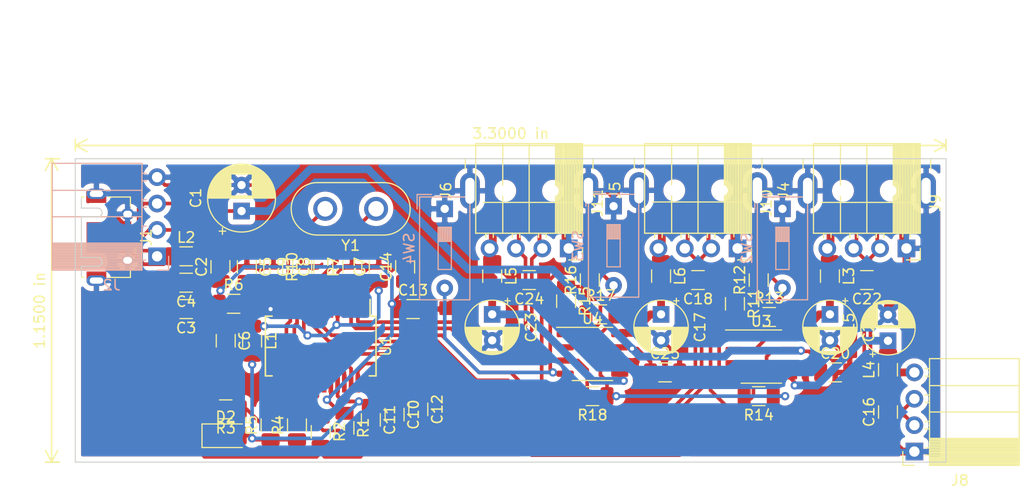
<source format=kicad_pcb>
(kicad_pcb (version 20171130) (host pcbnew "(5.1.5)-3")
  (layers (0 F.Cu signal) (31 B.Cu signal) (34 B.Paste user) (35 F.Paste user) (36 B.SilkS user) (37 F.SilkS user) (38 B.Mask user) (39 F.Mask user) (44 Edge.Cuts user))
  (net 0 "")
  (net 1 GND)
  (net 2 5V)
  (net 3 "Net-(C3-Pad1)")
  (net 4 "Net-(C5-Pad2)")
  (net 5 "Net-(C8-Pad1)")
  (net 6 "Net-(C9-Pad1)")
  (net 7 +3V3)
  (net 8 "Net-(C15-Pad1)")
  (net 9 "Net-(C16-Pad2)")
  (net 10 "Net-(C17-Pad1)")
  (net 11 "Net-(C18-Pad2)")
  (net 12 "Net-(C21-Pad1)")
  (net 13 "Net-(C22-Pad2)")
  (net 14 "Net-(C23-Pad1)")
  (net 15 "Net-(C24-Pad2)")
  (net 16 "Net-(D2-Pad1)")
  (net 17 "Net-(J1-Pad3)")
  (net 18 "Net-(J1-Pad1)")
  (net 19 "Net-(J1-Pad2)")
  (net 20 "Net-(J4-Pad2)")
  (net 21 "Net-(J4-Pad3)")
  (net 22 "Net-(R1-Pad2)")
  (net 23 "Net-(R3-Pad1)")
  (net 24 "Net-(R5-Pad2)")
  (net 25 "Net-(R7-Pad1)")
  (net 26 "Net-(R11-Pad2)")
  (net 27 "Net-(R12-Pad2)")
  (net 28 "Net-(R13-Pad2)")
  (net 29 "Net-(R14-Pad2)")
  (net 30 "Net-(R15-Pad2)")
  (net 31 "Net-(R16-Pad2)")
  (net 32 "Net-(R17-Pad2)")
  (net 33 "Net-(R18-Pad2)")
  (net 34 "Net-(J10-Pad2)")
  (net 35 "Net-(J10-Pad3)")
  (net 36 "Net-(J11-Pad2)")
  (net 37 "Net-(J11-Pad3)")
  (net 38 "Net-(J8-Pad3)")
  (net 39 "Net-(J8-Pad2)")
  (module Connector_USB:USB_A_CNCTech_1001-011-01101_Horizontal (layer F.Cu) (at 92.47 67.014 90)
    (fp_text reference J5 (at -6.9 -8 90) (layer F.SilkS))
    (fp_text value USB_A)
    (pad "" np_thru_hole circle (at -6.9 2.3 90) (size 1.1 1.1) (drill 1.1) (layers *.Cu *.Mask))
    (pad "" np_thru_hole circle (at -6.9 -2.3 90) (size 1.1 1.1) (drill 1.1) (layers *.Cu *.Mask))
    (pad 5 thru_hole oval (at -6.9 5.7 90) (size 3.5 1.9) (drill oval 2.5 0.9) (layers *.Cu *.Mask) (net 1 GND))
    (pad 5 thru_hole oval (at -6.9 -5.7 90) (size 3.5 1.9) (drill oval 2.5 0.9) (layers *.Cu *.Mask) (net 1 GND))
    (pad 4 smd rect (at -9.65 3.5 90) (size 2.5 1.1) (layers F.Cu F.Paste F.Mask) (net 1 GND))
    (pad 1 smd rect (at -9.65 -3.5 90) (size 2.5 1.1) (layers F.Cu F.Paste F.Mask) (net 11 "Net-(C18-Pad2)"))
    (pad 3 smd rect (at -9.65 1 90) (size 2.5 1.1) (layers F.Cu F.Paste F.Mask) (net 34 "Net-(J10-Pad2)"))
    (pad 2 smd rect (at -9.65 -1 90) (size 2.5 1.1) (layers F.Cu F.Paste F.Mask) (net 35 "Net-(J10-Pad3)"))
  )
  (module Connector_PinSocket_2.54mm:PinSocket_1x04_P2.54mm_Horizontal (layer B.Cu) (at 40.386 80.264)
    (fp_text reference J2 (at -4.38 2.77) (layer B.SilkS) (effects (justify mirror)))
    (fp_text value Conn_01x04_Female hide)
    (pad 1 thru_hole rect (at 0 0) (size 1.7 1.7) (drill 1) (layers *.Cu *.Mask) (net 18 "Net-(J1-Pad1)"))
    (pad 2 thru_hole oval (at 0 -2.54) (size 1.7 1.7) (drill 1) (layers *.Cu *.Mask) (net 19 "Net-(J1-Pad2)"))
    (pad 3 thru_hole oval (at 0 -5.08) (size 1.7 1.7) (drill 1) (layers *.Cu *.Mask) (net 17 "Net-(J1-Pad3)"))
    (pad 4 thru_hole oval (at 0 -7.62) (size 1.7 1.7) (drill 1) (layers *.Cu *.Mask) (net 1 GND))
  )
  (module Capacitor_SMD:C_1206_3216Metric (layer F.Cu) (at 46.482 81.28 90)
    (fp_text reference C2 (at 0 -1.82 90) (layer F.SilkS))
    (fp_text value 1u)
    (pad 2 smd roundrect (at 1.4 0 90) (size 1.25 1.75) (layers F.Cu F.Paste F.Mask) (roundrect_rratio 0.2) (net 1 GND))
    (pad 1 smd roundrect (at -1.4 0 90) (size 1.25 1.75) (layers F.Cu F.Paste F.Mask) (roundrect_rratio 0.2) (net 2 5V))
  )
  (module Capacitor_SMD:C_1206_3216Metric (layer F.Cu) (at 43.18 85.344 180)
    (fp_text reference C3 (at 0 -1.82) (layer F.SilkS))
    (fp_text value 10uF)
    (pad 2 smd roundrect (at 1.4 0 180) (size 1.25 1.75) (layers F.Cu F.Paste F.Mask) (roundrect_rratio 0.2) (net 1 GND))
    (pad 1 smd roundrect (at -1.4 0 180) (size 1.25 1.75) (layers F.Cu F.Paste F.Mask) (roundrect_rratio 0.2) (net 3 "Net-(C3-Pad1)"))
  )
  (module Capacitor_SMD:C_1206_3216Metric (layer F.Cu) (at 43.18 82.804 180)
    (fp_text reference C4 (at 0 -1.82) (layer F.SilkS))
    (fp_text value 100n)
    (pad 2 smd roundrect (at 1.4 0 180) (size 1.25 1.75) (layers F.Cu F.Paste F.Mask) (roundrect_rratio 0.2) (net 1 GND))
    (pad 1 smd roundrect (at -1.4 0 180) (size 1.25 1.75) (layers F.Cu F.Paste F.Mask) (roundrect_rratio 0.2) (net 3 "Net-(C3-Pad1)"))
  )
  (module Capacitor_SMD:C_1206_3216Metric (layer F.Cu) (at 49.022 81.28 270)
    (fp_text reference C5 (at 0 -1.82 90) (layer F.SilkS))
    (fp_text value 0.1-1u)
    (pad 1 smd roundrect (at -1.4 0 270) (size 1.25 1.75) (layers F.Cu F.Paste F.Mask) (roundrect_rratio 0.2) (net 1 GND))
    (pad 2 smd roundrect (at 1.4 0 270) (size 1.25 1.75) (layers F.Cu F.Paste F.Mask) (roundrect_rratio 0.2) (net 4 "Net-(C5-Pad2)"))
  )
  (module Capacitor_SMD:C_1206_3216Metric (layer F.Cu) (at 46.99 88.392 270)
    (fp_text reference C6 (at 0 -1.82 90) (layer F.SilkS))
    (fp_text value 100n)
    (pad 1 smd roundrect (at -1.4 0 270) (size 1.25 1.75) (layers F.Cu F.Paste F.Mask) (roundrect_rratio 0.2) (net 3 "Net-(C3-Pad1)"))
    (pad 2 smd roundrect (at 1.4 0 270) (size 1.25 1.75) (layers F.Cu F.Paste F.Mask) (roundrect_rratio 0.2) (net 1 GND))
  )
  (module Capacitor_SMD:C_1206_3216Metric (layer F.Cu) (at 61.722 81.28 90)
    (fp_text reference C7 (at 0 -1.82 90) (layer F.SilkS))
    (fp_text value 100n)
    (pad 2 smd roundrect (at 1.4 0 90) (size 1.25 1.75) (layers F.Cu F.Paste F.Mask) (roundrect_rratio 0.2) (net 1 GND))
    (pad 1 smd roundrect (at -1.4 0 90) (size 1.25 1.75) (layers F.Cu F.Paste F.Mask) (roundrect_rratio 0.2) (net 3 "Net-(C3-Pad1)"))
  )
  (module Capacitor_SMD:C_1206_3216Metric (layer F.Cu) (at 56.388 81.28 90)
    (fp_text reference C8 (at 0 -1.82 90) (layer F.SilkS))
    (fp_text value 22-33p)
    (pad 2 smd roundrect (at 1.4 0 90) (size 1.25 1.75) (layers F.Cu F.Paste F.Mask) (roundrect_rratio 0.2) (net 1 GND))
    (pad 1 smd roundrect (at -1.4 0 90) (size 1.25 1.75) (layers F.Cu F.Paste F.Mask) (roundrect_rratio 0.2) (net 5 "Net-(C8-Pad1)"))
  )
  (module Capacitor_SMD:C_1206_3216Metric (layer F.Cu) (at 54.356 81.28 90)
    (fp_text reference C9 (at 0 -1.82 90) (layer F.SilkS))
    (fp_text value 22-33p)
    (pad 1 smd roundrect (at -1.4 0 90) (size 1.25 1.75) (layers F.Cu F.Paste F.Mask) (roundrect_rratio 0.2) (net 6 "Net-(C9-Pad1)"))
    (pad 2 smd roundrect (at 1.4 0 90) (size 1.25 1.75) (layers F.Cu F.Paste F.Mask) (roundrect_rratio 0.2) (net 1 GND))
  )
  (module Capacitor_SMD:C_1206_3216Metric (layer F.Cu) (at 63.246 95.504 270)
    (fp_text reference C10 (at 0 -1.82 90) (layer F.SilkS))
    (fp_text value 10uF)
    (pad 1 smd roundrect (at -1.4 0 270) (size 1.25 1.75) (layers F.Cu F.Paste F.Mask) (roundrect_rratio 0.2) (net 7 +3V3))
    (pad 2 smd roundrect (at 1.4 0 270) (size 1.25 1.75) (layers F.Cu F.Paste F.Mask) (roundrect_rratio 0.2) (net 1 GND))
  )
  (module Capacitor_SMD:C_1206_3216Metric (layer F.Cu) (at 60.96 96.012 270)
    (fp_text reference C11 (at 0 -1.82 90) (layer F.SilkS))
    (fp_text value 100n)
    (pad 1 smd roundrect (at -1.4 0 270) (size 1.25 1.75) (layers F.Cu F.Paste F.Mask) (roundrect_rratio 0.2) (net 7 +3V3))
    (pad 2 smd roundrect (at 1.4 0 270) (size 1.25 1.75) (layers F.Cu F.Paste F.Mask) (roundrect_rratio 0.2) (net 1 GND))
  )
  (module Capacitor_SMD:C_1206_3216Metric (layer F.Cu) (at 65.532 94.996 270)
    (fp_text reference C12 (at 0 -1.82 90) (layer F.SilkS))
    (fp_text value 100n)
    (pad 2 smd roundrect (at 1.4 0 270) (size 1.25 1.75) (layers F.Cu F.Paste F.Mask) (roundrect_rratio 0.2) (net 1 GND))
    (pad 1 smd roundrect (at -1.4 0 270) (size 1.25 1.75) (layers F.Cu F.Paste F.Mask) (roundrect_rratio 0.2) (net 7 +3V3))
  )
  (module Capacitor_SMD:C_1206_3216Metric (layer F.Cu) (at 65.024 85.344)
    (fp_text reference C13 (at 0 -1.82) (layer F.SilkS))
    (fp_text value 100n)
    (pad 2 smd roundrect (at 1.4 0) (size 1.25 1.75) (layers F.Cu F.Paste F.Mask) (roundrect_rratio 0.2) (net 1 GND))
    (pad 1 smd roundrect (at -1.4 0) (size 1.25 1.75) (layers F.Cu F.Paste F.Mask) (roundrect_rratio 0.2) (net 2 5V))
  )
  (module Capacitor_SMD:C_1206_3216Metric (layer F.Cu) (at 64.262 81.28 90)
    (fp_text reference C14 (at 0 -1.82 90) (layer F.SilkS))
    (fp_text value 100n)
    (pad 1 smd roundrect (at -1.4 0 90) (size 1.25 1.75) (layers F.Cu F.Paste F.Mask) (roundrect_rratio 0.2) (net 2 5V))
    (pad 2 smd roundrect (at 1.4 0 90) (size 1.25 1.75) (layers F.Cu F.Paste F.Mask) (roundrect_rratio 0.2) (net 1 GND))
  )
  (module Capacitor_SMD:C_1206_3216Metric (layer F.Cu) (at 110.744 95.25 90)
    (fp_text reference C16 (at 0 -1.82 90) (layer F.SilkS))
    (fp_text value 100n)
    (pad 2 smd roundrect (at 1.4 0 90) (size 1.25 1.75) (layers F.Cu F.Paste F.Mask) (roundrect_rratio 0.2) (net 9 "Net-(C16-Pad2)"))
    (pad 1 smd roundrect (at -1.4 0 90) (size 1.25 1.75) (layers F.Cu F.Paste F.Mask) (roundrect_rratio 0.2) (net 1 GND))
  )
  (module Capacitor_SMD:C_1206_3216Metric (layer F.Cu) (at 92.456 82.55 180)
    (fp_text reference C18 (at 0 -1.82) (layer F.SilkS))
    (fp_text value 100n)
    (pad 1 smd roundrect (at -1.4 0 180) (size 1.25 1.75) (layers F.Cu F.Paste F.Mask) (roundrect_rratio 0.2) (net 1 GND))
    (pad 2 smd roundrect (at 1.4 0 180) (size 1.25 1.75) (layers F.Cu F.Paste F.Mask) (roundrect_rratio 0.2) (net 11 "Net-(C18-Pad2)"))
  )
  (module Capacitor_SMD:C_1206_3216Metric (layer F.Cu) (at 105.664 91.44)
    (fp_text reference C20 (at 0 -1.82) (layer F.SilkS))
    (fp_text value 100n)
    (pad 1 smd roundrect (at -1.4 0) (size 1.25 1.75) (layers F.Cu F.Paste F.Mask) (roundrect_rratio 0.2) (net 2 5V))
    (pad 2 smd roundrect (at 1.4 0) (size 1.25 1.75) (layers F.Cu F.Paste F.Mask) (roundrect_rratio 0.2) (net 1 GND))
  )
  (module Capacitor_SMD:C_1206_3216Metric (layer F.Cu) (at 108.712 82.55 180)
    (fp_text reference C22 (at 0 -1.82) (layer F.SilkS))
    (fp_text value 100n)
    (pad 1 smd roundrect (at -1.4 0 180) (size 1.25 1.75) (layers F.Cu F.Paste F.Mask) (roundrect_rratio 0.2) (net 1 GND))
    (pad 2 smd roundrect (at 1.4 0 180) (size 1.25 1.75) (layers F.Cu F.Paste F.Mask) (roundrect_rratio 0.2) (net 13 "Net-(C22-Pad2)"))
  )
  (module Capacitor_SMD:C_1206_3216Metric (layer F.Cu) (at 76.2 82.55 180)
    (fp_text reference C24 (at 0 -1.82) (layer F.SilkS))
    (fp_text value 100n)
    (pad 2 smd roundrect (at 1.4 0 180) (size 1.25 1.75) (layers F.Cu F.Paste F.Mask) (roundrect_rratio 0.2) (net 15 "Net-(C24-Pad2)"))
    (pad 1 smd roundrect (at -1.4 0 180) (size 1.25 1.75) (layers F.Cu F.Paste F.Mask) (roundrect_rratio 0.2) (net 1 GND))
  )
  (module Capacitor_SMD:C_1206_3216Metric (layer F.Cu) (at 89.284 91.44)
    (fp_text reference C25 (at 0 -1.82) (layer F.SilkS))
    (fp_text value 100n)
    (pad 1 smd roundrect (at -1.4 0) (size 1.25 1.75) (layers F.Cu F.Paste F.Mask) (roundrect_rratio 0.2) (net 2 5V))
    (pad 2 smd roundrect (at 1.4 0) (size 1.25 1.75) (layers F.Cu F.Paste F.Mask) (roundrect_rratio 0.2) (net 1 GND))
  )
  (module LED_SMD:LED_1206_3216Metric (layer F.Cu) (at 46.99 97.536)
    (fp_text reference D2 (at 0 -1.82) (layer F.SilkS))
    (fp_text value "LED GREEN")
    (pad 1 smd roundrect (at -1.4 0) (size 1.25 1.75) (layers F.Cu F.Paste F.Mask) (roundrect_rratio 0.2) (net 16 "Net-(D2-Pad1)"))
    (pad 2 smd roundrect (at 1.4 0) (size 1.25 1.75) (layers F.Cu F.Paste F.Mask) (roundrect_rratio 0.2) (net 7 +3V3))
  )
  (module Connector_USB:USB_Micro-AB_Molex_47590-0001 (layer F.Cu) (at 34.544 78.425 270)
    (fp_text reference J1 (at 0 -4.8 270) (layer F.SilkS))
    (fp_text value USB_B_Micro)
    (fp_arc (start 2.375 -0.125) (end 1.95 -0.125) (angle 180) (layer Edge.Cuts) (width 0.1))
    (fp_arc (start -2.375 -0.125) (end -2.8 -0.125) (angle 180) (layer Edge.Cuts) (width 0.1))
    (fp_line (start 2.8 1.45) (end 3.75 1.45) (layer Edge.Cuts) (width 0.1))
    (fp_line (start 2.8 -0.125) (end 2.8 1.45) (layer Edge.Cuts) (width 0.1))
    (fp_line (start 1.95 -0.125) (end 1.95 1.45) (layer Edge.Cuts) (width 0.1))
    (fp_line (start -1.95 1.45) (end 1.95 1.45) (layer Edge.Cuts) (width 0.1))
    (fp_line (start -1.95 -0.125) (end -1.95 1.45) (layer Edge.Cuts) (width 0.1))
    (fp_line (start -2.8 -0.125) (end -2.8 1.45) (layer Edge.Cuts) (width 0.1))
    (fp_line (start -3.75 1.45) (end -2.8 1.45) (layer Edge.Cuts) (width 0.1))
    (pad 6 thru_hole oval (at -2.225 -3 270) (size 1.05 1.25) (drill oval 0.65 0.85) (layers *.Cu *.Mask) (net 1 GND))
    (pad 5 smd rect (at -1.3 -2.675 270) (size 0.4 1.35) (layers F.Cu F.Paste F.Mask) (net 1 GND))
    (pad 4 smd rect (at -0.65 -2.675 270) (size 0.4 1.35) (layers F.Cu F.Paste F.Mask))
    (pad 3 smd rect (at 0 -2.675 270) (size 0.4 1.35) (layers F.Cu F.Paste F.Mask) (net 17 "Net-(J1-Pad3)"))
    (pad 1 smd rect (at 1.3 -2.675 270) (size 0.4 1.35) (layers F.Cu F.Paste F.Mask) (net 18 "Net-(J1-Pad1)"))
    (pad 6 thru_hole oval (at 2.225 -3 270) (size 1 1.15) (drill oval 0.65 0.85) (layers *.Cu *.Mask) (net 1 GND))
    (pad 6 thru_hole oval (at -4.175 0 270) (size 1 1.9) (drill oval 0.6 1.3) (layers *.Cu *.Mask) (net 1 GND))
    (pad 6 thru_hole oval (at 4.175 0 270) (size 1 1.9) (drill oval 0.6 1.3) (layers *.Cu *.Mask) (net 1 GND))
    (pad 2 smd rect (at 0.65 -2.675 270) (size 0.4 1.35) (layers F.Cu F.Paste F.Mask) (net 19 "Net-(J1-Pad2)"))
    (pad 6 smd rect (at 0 0 270) (size 2.9 1.9) (layers F.Cu F.Paste F.Mask) (net 1 GND))
    (pad 6 smd rect (at 3.7375 0 270) (size 0.875 1.9) (layers F.Cu F.Mask) (net 1 GND))
    (pad 6 smd rect (at -3.7375 0 270) (size 0.875 1.9) (layers F.Cu F.Mask) (net 1 GND))
  )
  (module Connector_USB:USB_A_CNCTech_1001-011-01101_Horizontal (layer F.Cu) (at 108.712 67.056 90)
    (fp_text reference J4 (at -6.9 -8 90) (layer F.SilkS))
    (fp_text value USB_A)
    (pad 2 smd rect (at -9.65 -1 90) (size 2.5 1.1) (layers F.Cu F.Paste F.Mask) (net 20 "Net-(J4-Pad2)"))
    (pad 3 smd rect (at -9.65 1 90) (size 2.5 1.1) (layers F.Cu F.Paste F.Mask) (net 21 "Net-(J4-Pad3)"))
    (pad 1 smd rect (at -9.65 -3.5 90) (size 2.5 1.1) (layers F.Cu F.Paste F.Mask) (net 13 "Net-(C22-Pad2)"))
    (pad 4 smd rect (at -9.65 3.5 90) (size 2.5 1.1) (layers F.Cu F.Paste F.Mask) (net 1 GND))
    (pad 5 thru_hole oval (at -6.9 -5.7 90) (size 3.5 1.9) (drill oval 2.5 0.9) (layers *.Cu *.Mask) (net 1 GND))
    (pad 5 thru_hole oval (at -6.9 5.7 90) (size 3.5 1.9) (drill oval 2.5 0.9) (layers *.Cu *.Mask) (net 1 GND))
    (pad "" np_thru_hole circle (at -6.9 -2.3 90) (size 1.1 1.1) (drill 1.1) (layers *.Cu *.Mask))
    (pad "" np_thru_hole circle (at -6.9 2.3 90) (size 1.1 1.1) (drill 1.1) (layers *.Cu *.Mask))
  )
  (module Connector_USB:USB_A_CNCTech_1001-011-01101_Horizontal (layer F.Cu) (at 76.2 67.056 90)
    (fp_text reference J6 (at -6.9 -8 90) (layer F.SilkS))
    (fp_text value USB_A)
    (pad "" np_thru_hole circle (at -6.9 2.3 90) (size 1.1 1.1) (drill 1.1) (layers *.Cu *.Mask))
    (pad "" np_thru_hole circle (at -6.9 -2.3 90) (size 1.1 1.1) (drill 1.1) (layers *.Cu *.Mask))
    (pad 5 thru_hole oval (at -6.9 5.7 90) (size 3.5 1.9) (drill oval 2.5 0.9) (layers *.Cu *.Mask) (net 1 GND))
    (pad 5 thru_hole oval (at -6.9 -5.7 90) (size 3.5 1.9) (drill oval 2.5 0.9) (layers *.Cu *.Mask) (net 1 GND))
    (pad 4 smd rect (at -9.65 3.5 90) (size 2.5 1.1) (layers F.Cu F.Paste F.Mask) (net 1 GND))
    (pad 1 smd rect (at -9.65 -3.5 90) (size 2.5 1.1) (layers F.Cu F.Paste F.Mask) (net 15 "Net-(C24-Pad2)"))
    (pad 3 smd rect (at -9.65 1 90) (size 2.5 1.1) (layers F.Cu F.Paste F.Mask) (net 36 "Net-(J11-Pad2)"))
    (pad 2 smd rect (at -9.65 -1 90) (size 2.5 1.1) (layers F.Cu F.Paste F.Mask) (net 37 "Net-(J11-Pad3)"))
  )
  (module Inductor_SMD:L_1206_3216Metric (layer F.Cu) (at 49.53 88.392 270)
    (fp_text reference L1 (at 0 -1.82 90) (layer F.SilkS))
    (fp_text value 10uH)
    (pad 2 smd roundrect (at 1.4 0 270) (size 1.25 1.75) (layers F.Cu F.Paste F.Mask) (roundrect_rratio 0.2) (net 7 +3V3))
    (pad 1 smd roundrect (at -1.4 0 270) (size 1.25 1.75) (layers F.Cu F.Paste F.Mask) (roundrect_rratio 0.2) (net 3 "Net-(C3-Pad1)"))
  )
  (module Inductor_SMD:L_1206_3216Metric (layer F.Cu) (at 43.18 80.264)
    (fp_text reference L2 (at 0 -1.82) (layer F.SilkS))
    (fp_text value ferrite)
    (pad 1 smd roundrect (at -1.4 0) (size 1.25 1.75) (layers F.Cu F.Paste F.Mask) (roundrect_rratio 0.2) (net 18 "Net-(J1-Pad1)"))
    (pad 2 smd roundrect (at 1.4 0) (size 1.25 1.75) (layers F.Cu F.Paste F.Mask) (roundrect_rratio 0.2) (net 2 5V))
  )
  (module Inductor_SMD:L_1206_3216Metric (layer F.Cu) (at 105.156 82.172 270)
    (fp_text reference L3 (at 0 -1.82 90) (layer F.SilkS))
    (fp_text value 10uH)
    (pad 2 smd roundrect (at 1.4 0 270) (size 1.25 1.75) (layers F.Cu F.Paste F.Mask) (roundrect_rratio 0.2) (net 12 "Net-(C21-Pad1)"))
    (pad 1 smd roundrect (at -1.4 0 270) (size 1.25 1.75) (layers F.Cu F.Paste F.Mask) (roundrect_rratio 0.2) (net 13 "Net-(C22-Pad2)"))
  )
  (module Inductor_SMD:L_1206_3216Metric (layer F.Cu) (at 110.744 91.186 90)
    (fp_text reference L4 (at 0 -1.82 90) (layer F.SilkS))
    (fp_text value 10uH)
    (pad 2 smd roundrect (at 1.4 0 90) (size 1.25 1.75) (layers F.Cu F.Paste F.Mask) (roundrect_rratio 0.2) (net 8 "Net-(C15-Pad1)"))
    (pad 1 smd roundrect (at -1.4 0 90) (size 1.25 1.75) (layers F.Cu F.Paste F.Mask) (roundrect_rratio 0.2) (net 9 "Net-(C16-Pad2)"))
  )
  (module Inductor_SMD:L_1206_3216Metric (layer F.Cu) (at 72.644 82.172 270)
    (fp_text reference L5 (at 0 -1.82 90) (layer F.SilkS))
    (fp_text value 10uH)
    (pad 1 smd roundrect (at -1.4 0 270) (size 1.25 1.75) (layers F.Cu F.Paste F.Mask) (roundrect_rratio 0.2) (net 15 "Net-(C24-Pad2)"))
    (pad 2 smd roundrect (at 1.4 0 270) (size 1.25 1.75) (layers F.Cu F.Paste F.Mask) (roundrect_rratio 0.2) (net 14 "Net-(C23-Pad1)"))
  )
  (module Inductor_SMD:L_1206_3216Metric (layer F.Cu) (at 88.9 82.172 270)
    (fp_text reference L6 (at 0 -1.82 90) (layer F.SilkS))
    (fp_text value 10uH)
    (pad 1 smd roundrect (at -1.4 0 270) (size 1.25 1.75) (layers F.Cu F.Paste F.Mask) (roundrect_rratio 0.2) (net 11 "Net-(C18-Pad2)"))
    (pad 2 smd roundrect (at 1.4 0 270) (size 1.25 1.75) (layers F.Cu F.Paste F.Mask) (roundrect_rratio 0.2) (net 10 "Net-(C17-Pad1)"))
  )
  (module Resistor_SMD:R_1206_3216Metric (layer F.Cu) (at 58.42 96.774 270)
    (fp_text reference R1 (at 0 -1.82 90) (layer F.SilkS))
    (fp_text value 5K1)
    (pad 1 smd roundrect (at -1.4 0 270) (size 1.25 1.75) (layers F.Cu F.Paste F.Mask) (roundrect_rratio 0.2) (net 2 5V))
    (pad 2 smd roundrect (at 1.4 0 270) (size 1.25 1.75) (layers F.Cu F.Paste F.Mask) (roundrect_rratio 0.2) (net 22 "Net-(R1-Pad2)"))
  )
  (module Resistor_SMD:R_1206_3216Metric (layer F.Cu) (at 56.134 97.158 270)
    (fp_text reference R2 (at 0 -1.82 90) (layer F.SilkS))
    (fp_text value 10K)
    (pad 2 smd roundrect (at 1.4 0 270) (size 1.25 1.75) (layers F.Cu F.Paste F.Mask) (roundrect_rratio 0.2) (net 1 GND))
    (pad 1 smd roundrect (at -1.4 0 270) (size 1.25 1.75) (layers F.Cu F.Paste F.Mask) (roundrect_rratio 0.2) (net 22 "Net-(R1-Pad2)"))
  )
  (module Resistor_SMD:R_1206_3216Metric (layer F.Cu) (at 46.99 94.996 180)
    (fp_text reference R3 (at 0 -1.82) (layer F.SilkS))
    (fp_text value 1K)
    (pad 1 smd roundrect (at -1.4 0 180) (size 1.25 1.75) (layers F.Cu F.Paste F.Mask) (roundrect_rratio 0.2) (net 23 "Net-(R3-Pad1)"))
    (pad 2 smd roundrect (at 1.4 0 180) (size 1.25 1.75) (layers F.Cu F.Paste F.Mask) (roundrect_rratio 0.2) (net 16 "Net-(D2-Pad1)"))
  )
  (module Resistor_SMD:R_1206_3216Metric (layer F.Cu) (at 53.848 96.52 90)
    (fp_text reference R4 (at 0 -1.82 90) (layer F.SilkS))
    (fp_text value 100K)
    (pad 2 smd roundrect (at 1.4 0 90) (size 1.25 1.75) (layers F.Cu F.Paste F.Mask) (roundrect_rratio 0.2) (net 23 "Net-(R3-Pad1)"))
    (pad 1 smd roundrect (at -1.4 0 90) (size 1.25 1.75) (layers F.Cu F.Paste F.Mask) (roundrect_rratio 0.2) (net 7 +3V3))
  )
  (module Resistor_SMD:R_1206_3216Metric (layer F.Cu) (at 51.308 96.52 90)
    (fp_text reference R5 (at 0 -1.82 90) (layer F.SilkS))
    (fp_text value 10K-510K-1M)
    (pad 1 smd roundrect (at -1.4 0 90) (size 1.25 1.75) (layers F.Cu F.Paste F.Mask) (roundrect_rratio 0.2) (net 7 +3V3))
    (pad 2 smd roundrect (at 1.4 0 90) (size 1.25 1.75) (layers F.Cu F.Paste F.Mask) (roundrect_rratio 0.2) (net 24 "Net-(R5-Pad2)"))
  )
  (module Resistor_SMD:R_1206_3216Metric (layer F.Cu) (at 47.752 84.836)
    (fp_text reference R6 (at 0 -1.82) (layer F.SilkS))
    (fp_text value 10K)
    (pad 1 smd roundrect (at -1.4 0) (size 1.25 1.75) (layers F.Cu F.Paste F.Mask) (roundrect_rratio 0.2) (net 2 5V))
    (pad 2 smd roundrect (at 1.4 0) (size 1.25 1.75) (layers F.Cu F.Paste F.Mask) (roundrect_rratio 0.2) (net 4 "Net-(C5-Pad2)"))
  )
  (module Resistor_SMD:R_1206_3216Metric (layer F.Cu) (at 59.182 81.28 90)
    (fp_text reference R7 (at 0 -1.82 90) (layer F.SilkS))
    (fp_text value 680)
    (pad 2 smd roundrect (at 1.4 0 90) (size 1.25 1.75) (layers F.Cu F.Paste F.Mask) (roundrect_rratio 0.2) (net 1 GND))
    (pad 1 smd roundrect (at -1.4 0 90) (size 1.25 1.75) (layers F.Cu F.Paste F.Mask) (roundrect_rratio 0.2) (net 25 "Net-(R7-Pad1)"))
  )
  (module Resistor_SMD:R_1206_3216Metric (layer F.Cu) (at 51.562 81.28 270)
    (fp_text reference R10 (at 0 -1.82 90) (layer F.SilkS))
    (fp_text value 47K)
    (pad 2 smd roundrect (at 1.4 0 270) (size 1.25 1.75) (layers F.Cu F.Paste F.Mask) (roundrect_rratio 0.2) (net 4 "Net-(C5-Pad2)"))
    (pad 1 smd roundrect (at -1.4 0 270) (size 1.25 1.75) (layers F.Cu F.Paste F.Mask) (roundrect_rratio 0.2) (net 1 GND))
  )
  (module Resistor_SMD:R_1206_3216Metric (layer F.Cu) (at 96.012 84.836 270)
    (fp_text reference R11 (at 0 -1.82 90) (layer F.SilkS))
    (fp_text value 100K)
    (pad 1 smd roundrect (at -1.4 0 270) (size 1.25 1.75) (layers F.Cu F.Paste F.Mask) (roundrect_rratio 0.2) (net 2 5V))
    (pad 2 smd roundrect (at 1.4 0 270) (size 1.25 1.75) (layers F.Cu F.Paste F.Mask) (roundrect_rratio 0.2) (net 26 "Net-(R11-Pad2)"))
  )
  (module Resistor_SMD:R_1206_3216Metric (layer F.Cu) (at 98.298 82.55 90)
    (fp_text reference R12 (at 0 -1.82 90) (layer F.SilkS))
    (fp_text value 100K)
    (pad 1 smd roundrect (at -1.4 0 90) (size 1.25 1.75) (layers F.Cu F.Paste F.Mask) (roundrect_rratio 0.2) (net 2 5V))
    (pad 2 smd roundrect (at 1.4 0 90) (size 1.25 1.75) (layers F.Cu F.Paste F.Mask) (roundrect_rratio 0.2) (net 27 "Net-(R12-Pad2)"))
  )
  (module Resistor_SMD:R_1206_3216Metric (layer F.Cu) (at 99.314 86.106)
    (fp_text reference R13 (at 0 -1.82) (layer F.SilkS))
    (fp_text value 10K)
    (pad 1 smd roundrect (at -1.4 0) (size 1.25 1.75) (layers F.Cu F.Paste F.Mask) (roundrect_rratio 0.2) (net 2 5V))
    (pad 2 smd roundrect (at 1.4 0) (size 1.25 1.75) (layers F.Cu F.Paste F.Mask) (roundrect_rratio 0.2) (net 28 "Net-(R13-Pad2)"))
  )
  (module Resistor_SMD:R_1206_3216Metric (layer F.Cu) (at 98.298 93.726 180)
    (fp_text reference R14 (at 0 -1.82) (layer F.SilkS))
    (fp_text value 10K)
    (pad 2 smd roundrect (at 1.4 0 180) (size 1.25 1.75) (layers F.Cu F.Paste F.Mask) (roundrect_rratio 0.2) (net 29 "Net-(R14-Pad2)"))
    (pad 1 smd roundrect (at -1.4 0 180) (size 1.25 1.75) (layers F.Cu F.Paste F.Mask) (roundrect_rratio 0.2) (net 2 5V))
  )
  (module Resistor_SMD:R_1206_3216Metric (layer F.Cu) (at 79.756 84.582 270)
    (fp_text reference R15 (at 0 -1.82 90) (layer F.SilkS))
    (fp_text value 100K)
    (pad 2 smd roundrect (at 1.4 0 270) (size 1.25 1.75) (layers F.Cu F.Paste F.Mask) (roundrect_rratio 0.2) (net 30 "Net-(R15-Pad2)"))
    (pad 1 smd roundrect (at -1.4 0 270) (size 1.25 1.75) (layers F.Cu F.Paste F.Mask) (roundrect_rratio 0.2) (net 2 5V))
  )
  (module Resistor_SMD:R_1206_3216Metric (layer F.Cu) (at 82.042 82.55 90)
    (fp_text reference R16 (at 0 -1.82 90) (layer F.SilkS))
    (fp_text value 100K)
    (pad 1 smd roundrect (at -1.4 0 90) (size 1.25 1.75) (layers F.Cu F.Paste F.Mask) (roundrect_rratio 0.2) (net 2 5V))
    (pad 2 smd roundrect (at 1.4 0 90) (size 1.25 1.75) (layers F.Cu F.Paste F.Mask) (roundrect_rratio 0.2) (net 31 "Net-(R16-Pad2)"))
  )
  (module Resistor_SMD:R_1206_3216Metric (layer F.Cu) (at 83.058 85.852)
    (fp_text reference R17 (at 0 -1.82) (layer F.SilkS))
    (fp_text value 10K)
    (pad 2 smd roundrect (at 1.4 0) (size 1.25 1.75) (layers F.Cu F.Paste F.Mask) (roundrect_rratio 0.2) (net 32 "Net-(R17-Pad2)"))
    (pad 1 smd roundrect (at -1.4 0) (size 1.25 1.75) (layers F.Cu F.Paste F.Mask) (roundrect_rratio 0.2) (net 2 5V))
  )
  (module Resistor_SMD:R_1206_3216Metric (layer F.Cu) (at 82.296 93.726 180)
    (fp_text reference R18 (at 0 -1.82) (layer F.SilkS))
    (fp_text value 10K)
    (pad 2 smd roundrect (at 1.4 0 180) (size 1.25 1.75) (layers F.Cu F.Paste F.Mask) (roundrect_rratio 0.2) (net 33 "Net-(R18-Pad2)"))
    (pad 1 smd roundrect (at -1.4 0 180) (size 1.25 1.75) (layers F.Cu F.Paste F.Mask) (roundrect_rratio 0.2) (net 2 5V))
  )
  (module Package_SO:SSOP-28_5.3x10.2mm_P0.65mm (layer F.Cu) (at 56.134 88.9 270)
    (fp_text reference U1 (at 0 -6.25 90) (layer F.SilkS))
    (fp_text value GL850G-28pin)
    (pad 1 smd rect (at -3.6 -4.225 270) (size 1.75 0.45) (layers F.Cu F.Paste F.Mask) (net 3 "Net-(C3-Pad1)"))
    (pad 2 smd rect (at -3.6 -3.575 270) (size 1.75 0.45) (layers F.Cu F.Paste F.Mask) (net 37 "Net-(J11-Pad3)"))
    (pad 3 smd rect (at -3.6 -2.925 270) (size 1.75 0.45) (layers F.Cu F.Paste F.Mask) (net 36 "Net-(J11-Pad2)"))
    (pad 4 smd rect (at -3.6 -2.275 270) (size 1.75 0.45) (layers F.Cu F.Paste F.Mask) (net 25 "Net-(R7-Pad1)"))
    (pad 5 smd rect (at -3.6 -1.625 270) (size 1.75 0.45) (layers F.Cu F.Paste F.Mask) (net 3 "Net-(C3-Pad1)"))
    (pad 6 smd rect (at -3.6 -0.975 270) (size 1.75 0.45) (layers F.Cu F.Paste F.Mask) (net 5 "Net-(C8-Pad1)"))
    (pad 7 smd rect (at -3.6 -0.325 270) (size 1.75 0.45) (layers F.Cu F.Paste F.Mask) (net 6 "Net-(C9-Pad1)"))
    (pad 8 smd rect (at -3.6 0.325 270) (size 1.75 0.45) (layers F.Cu F.Paste F.Mask) (net 35 "Net-(J10-Pad3)"))
    (pad 9 smd rect (at -3.6 0.975 270) (size 1.75 0.45) (layers F.Cu F.Paste F.Mask) (net 34 "Net-(J10-Pad2)"))
    (pad 10 smd rect (at -3.6 1.625 270) (size 1.75 0.45) (layers F.Cu F.Paste F.Mask) (net 3 "Net-(C3-Pad1)"))
    (pad 11 smd rect (at -3.6 2.275 270) (size 1.75 0.45) (layers F.Cu F.Paste F.Mask) (net 20 "Net-(J4-Pad2)"))
    (pad 12 smd rect (at -3.6 2.925 270) (size 1.75 0.45) (layers F.Cu F.Paste F.Mask) (net 21 "Net-(J4-Pad3)"))
    (pad 13 smd rect (at -3.6 3.575 270) (size 1.75 0.45) (layers F.Cu F.Paste F.Mask) (net 4 "Net-(C5-Pad2)"))
    (pad 14 smd rect (at -3.6 4.225 270) (size 1.75 0.45) (layers F.Cu F.Paste F.Mask) (net 1 GND))
    (pad 15 smd rect (at 3.6 4.225 270) (size 1.75 0.45) (layers F.Cu F.Paste F.Mask) (net 1 GND))
    (pad 16 smd rect (at 3.6 3.575 270) (size 1.75 0.45) (layers F.Cu F.Paste F.Mask) (net 7 +3V3))
    (pad 17 smd rect (at 3.6 2.925 270) (size 1.75 0.45) (layers F.Cu F.Paste F.Mask) (net 24 "Net-(R5-Pad2)"))
    (pad 18 smd rect (at 3.6 2.275 270) (size 1.75 0.45) (layers F.Cu F.Paste F.Mask) (net 23 "Net-(R3-Pad1)"))
    (pad 19 smd rect (at 3.6 1.625 270) (size 1.75 0.45) (layers F.Cu F.Paste F.Mask))
    (pad 20 smd rect (at 3.6 0.975 270) (size 1.75 0.45) (layers F.Cu F.Paste F.Mask))
    (pad 21 smd rect (at 3.6 0.325 270) (size 1.75 0.45) (layers F.Cu F.Paste F.Mask) (net 22 "Net-(R1-Pad2)"))
    (pad 22 smd rect (at 3.6 -0.325 270) (size 1.75 0.45) (layers F.Cu F.Paste F.Mask))
    (pad 23 smd rect (at 3.6 -0.975 270) (size 1.75 0.45) (layers F.Cu F.Paste F.Mask) (net 2 5V))
    (pad 24 smd rect (at 3.6 -1.625 270) (size 1.75 0.45) (layers F.Cu F.Paste F.Mask) (net 7 +3V3))
    (pad 25 smd rect (at 3.6 -2.275 270) (size 1.75 0.45) (layers F.Cu F.Paste F.Mask) (net 19 "Net-(J1-Pad2)"))
    (pad 26 smd rect (at 3.6 -2.925 270) (size 1.75 0.45) (layers F.Cu F.Paste F.Mask) (net 17 "Net-(J1-Pad3)"))
    (pad 27 smd rect (at 3.6 -3.575 270) (size 1.75 0.45) (layers F.Cu F.Paste F.Mask) (net 38 "Net-(J8-Pad3)"))
    (pad 28 smd rect (at 3.6 -4.225 270) (size 1.75 0.45) (layers F.Cu F.Paste F.Mask) (net 39 "Net-(J8-Pad2)"))
  )
  (module Package_SO:SOP-8_3.9x4.9mm_P1.27mm (layer F.Cu) (at 98.552 89.916)
    (fp_text reference U3 (at 0 -3.4) (layer F.SilkS))
    (fp_text value AIC1526-0)
    (pad 8 smd roundrect (at 2.625 -1.905) (size 1.65 0.6) (layers F.Cu F.Paste F.Mask) (net 12 "Net-(C21-Pad1)"))
    (pad 7 smd roundrect (at 2.625 -0.635) (size 1.65 0.6) (layers F.Cu F.Paste F.Mask) (net 2 5V))
    (pad 6 smd roundrect (at 2.625 0.635) (size 1.65 0.6) (layers F.Cu F.Paste F.Mask) (net 1 GND))
    (pad 5 smd roundrect (at 2.625 1.905) (size 1.65 0.6) (layers F.Cu F.Paste F.Mask) (net 8 "Net-(C15-Pad1)"))
    (pad 4 smd roundrect (at -2.625 1.905) (size 1.65 0.6) (layers F.Cu F.Paste F.Mask) (net 26 "Net-(R11-Pad2)"))
    (pad 3 smd roundrect (at -2.625 0.635) (size 1.65 0.6) (layers F.Cu F.Paste F.Mask) (net 29 "Net-(R14-Pad2)"))
    (pad 2 smd roundrect (at -2.625 -0.635) (size 1.65 0.6) (layers F.Cu F.Paste F.Mask) (net 28 "Net-(R13-Pad2)"))
    (pad 1 smd roundrect (at -2.625 -1.905) (size 1.65 0.6) (layers F.Cu F.Paste F.Mask) (net 27 "Net-(R12-Pad2)"))
  )
  (module Package_SO:SOP-8_3.9x4.9mm_P1.27mm (layer F.Cu) (at 82.296 89.662)
    (fp_text reference U4 (at 0 -3.4) (layer F.SilkS))
    (fp_text value AIC1526-0)
    (pad 1 smd roundrect (at -2.625 -1.905) (size 1.65 0.6) (layers F.Cu F.Paste F.Mask) (net 31 "Net-(R16-Pad2)"))
    (pad 2 smd roundrect (at -2.625 -0.635) (size 1.65 0.6) (layers F.Cu F.Paste F.Mask) (net 32 "Net-(R17-Pad2)"))
    (pad 3 smd roundrect (at -2.625 0.635) (size 1.65 0.6) (layers F.Cu F.Paste F.Mask) (net 33 "Net-(R18-Pad2)"))
    (pad 4 smd roundrect (at -2.625 1.905) (size 1.65 0.6) (layers F.Cu F.Paste F.Mask) (net 30 "Net-(R15-Pad2)"))
    (pad 5 smd roundrect (at 2.625 1.905) (size 1.65 0.6) (layers F.Cu F.Paste F.Mask) (net 14 "Net-(C23-Pad1)"))
    (pad 6 smd roundrect (at 2.625 0.635) (size 1.65 0.6) (layers F.Cu F.Paste F.Mask) (net 1 GND))
    (pad 7 smd roundrect (at 2.625 -0.635) (size 1.65 0.6) (layers F.Cu F.Paste F.Mask) (net 2 5V))
    (pad 8 smd roundrect (at 2.625 -1.905) (size 1.65 0.6) (layers F.Cu F.Paste F.Mask) (net 10 "Net-(C17-Pad1)"))
  )
  (module Crystal:Crystal_HC50_Vertical (layer F.Cu) (at 61.468 75.692 180)
    (fp_text reference Y1 (at 2.45 -3.525) (layer F.SilkS))
    (fp_text value "Crystal 12MHz")
    (pad 1 thru_hole circle (at 0 0 180) (size 2.3 2.3) (drill 1.5) (layers *.Cu *.Mask) (net 5 "Net-(C8-Pad1)"))
    (pad 2 thru_hole circle (at 4.9 0 180) (size 2.3 2.3) (drill 1.5) (layers *.Cu *.Mask) (net 6 "Net-(C9-Pad1)"))
  )
  (module Button_Switch_THT:SW_DIP_SPSTx01_Slide_9.78x4.72mm_W7.62mm_P2.54mm (layer B.Cu) (at 100.584 75.692 270)
    (fp_text reference SW2 (at 3.81 3.42 270) (layer B.SilkS) (effects (justify mirror)))
    (fp_text value SW_DIP_x01)
    (pad 2 thru_hole oval (at 7.62 0 270) (size 1.6 1.6) (drill 0.8) (layers *.Cu *.Mask) (net 27 "Net-(R12-Pad2)"))
    (pad 1 thru_hole rect (at 0 0 270) (size 1.6 1.6) (drill 0.8) (layers *.Cu *.Mask) (net 1 GND))
  )
  (module Button_Switch_THT:SW_DIP_SPSTx01_Slide_9.78x4.72mm_W7.62mm_P2.54mm (layer B.Cu) (at 84.328 75.438 270)
    (fp_text reference SW3 (at 3.81 3.42 270) (layer B.SilkS) (effects (justify mirror)))
    (fp_text value SW_DIP_x01)
    (pad 1 thru_hole rect (at 0 0 270) (size 1.6 1.6) (drill 0.8) (layers *.Cu *.Mask) (net 1 GND))
    (pad 2 thru_hole oval (at 7.62 0 270) (size 1.6 1.6) (drill 0.8) (layers *.Cu *.Mask) (net 31 "Net-(R16-Pad2)"))
  )
  (module Button_Switch_THT:SW_DIP_SPSTx01_Slide_9.78x4.72mm_W7.62mm_P2.54mm (layer B.Cu) (at 68.072 75.692 270)
    (fp_text reference SW4 (at 3.81 3.42 270) (layer B.SilkS) (effects (justify mirror)))
    (fp_text value SW_DIP_x01)
    (pad 2 thru_hole oval (at 7.62 0 270) (size 1.6 1.6) (drill 0.8) (layers *.Cu *.Mask) (net 30 "Net-(R15-Pad2)"))
    (pad 1 thru_hole rect (at 0 0 270) (size 1.6 1.6) (drill 0.8) (layers *.Cu *.Mask) (net 1 GND))
  )
  (module Connector_PinSocket_2.54mm:PinSocket_1x04_P2.54mm_Horizontal (layer F.Cu) (at 113.284 99.06 180)
    (fp_text reference J8 (at -4.38 -2.77) (layer F.SilkS))
    (fp_text value "USB1.1 keyboard+touchpad")
    (pad 4 thru_hole oval (at 0 7.62 180) (size 1.7 1.7) (drill 1) (layers *.Cu *.Mask) (net 9 "Net-(C16-Pad2)"))
    (pad 3 thru_hole oval (at 0 5.08 180) (size 1.7 1.7) (drill 1) (layers *.Cu *.Mask) (net 38 "Net-(J8-Pad3)"))
    (pad 2 thru_hole oval (at 0 2.54 180) (size 1.7 1.7) (drill 1) (layers *.Cu *.Mask) (net 39 "Net-(J8-Pad2)"))
    (pad 1 thru_hole rect (at 0 0 180) (size 1.7 1.7) (drill 1) (layers *.Cu *.Mask) (net 1 GND))
  )
  (module Connector_PinSocket_2.54mm:PinSocket_1x04_P2.54mm_Horizontal (layer F.Cu) (at 112.522 79.502 270)
    (fp_text reference J9 (at -4.38 -2.77 90) (layer F.SilkS))
    (fp_text value USB_01x04)
    (pad 1 thru_hole rect (at 0 0 270) (size 1.7 1.7) (drill 1) (layers *.Cu *.Mask) (net 1 GND))
    (pad 2 thru_hole oval (at 0 2.54 270) (size 1.7 1.7) (drill 1) (layers *.Cu *.Mask) (net 21 "Net-(J4-Pad3)"))
    (pad 3 thru_hole oval (at 0 5.08 270) (size 1.7 1.7) (drill 1) (layers *.Cu *.Mask) (net 20 "Net-(J4-Pad2)"))
    (pad 4 thru_hole oval (at 0 7.62 270) (size 1.7 1.7) (drill 1) (layers *.Cu *.Mask) (net 13 "Net-(C22-Pad2)"))
  )
  (module Connector_PinSocket_2.54mm:PinSocket_1x04_P2.54mm_Horizontal (layer F.Cu) (at 96.266 79.502 270)
    (fp_text reference J10 (at -4.38 -2.77 90) (layer F.SilkS))
    (fp_text value USB_01x04)
    (pad 1 thru_hole rect (at 0 0 270) (size 1.7 1.7) (drill 1) (layers *.Cu *.Mask) (net 1 GND))
    (pad 2 thru_hole oval (at 0 2.54 270) (size 1.7 1.7) (drill 1) (layers *.Cu *.Mask) (net 34 "Net-(J10-Pad2)"))
    (pad 3 thru_hole oval (at 0 5.08 270) (size 1.7 1.7) (drill 1) (layers *.Cu *.Mask) (net 35 "Net-(J10-Pad3)"))
    (pad 4 thru_hole oval (at 0 7.62 270) (size 1.7 1.7) (drill 1) (layers *.Cu *.Mask) (net 11 "Net-(C18-Pad2)"))
  )
  (module Connector_PinSocket_2.54mm:PinSocket_1x04_P2.54mm_Horizontal (layer F.Cu) (at 80.01 79.502 270)
    (fp_text reference J11 (at -4.38 -2.77 90) (layer F.SilkS))
    (fp_text value USB_01x04)
    (pad 4 thru_hole oval (at 0 7.62 270) (size 1.7 1.7) (drill 1) (layers *.Cu *.Mask) (net 15 "Net-(C24-Pad2)"))
    (pad 3 thru_hole oval (at 0 5.08 270) (size 1.7 1.7) (drill 1) (layers *.Cu *.Mask) (net 37 "Net-(J11-Pad3)"))
    (pad 2 thru_hole oval (at 0 2.54 270) (size 1.7 1.7) (drill 1) (layers *.Cu *.Mask) (net 36 "Net-(J11-Pad2)"))
    (pad 1 thru_hole rect (at 0 0 270) (size 1.7 1.7) (drill 1) (layers *.Cu *.Mask) (net 1 GND))
  )
  (module Capacitor_THT:CP_Radial_D5.0mm_P2.50mm (layer F.Cu) (at 110.744 88.392 90)
    (fp_text reference C15 (at 1.25 -3.75 90) (layer F.SilkS))
    (fp_text value 47uF)
    (pad 1 thru_hole rect (at 0 0 90) (size 1.6 1.6) (drill 0.8) (layers *.Cu *.Mask) (net 8 "Net-(C15-Pad1)"))
    (pad 2 thru_hole circle (at 2.5 0 90) (size 1.6 1.6) (drill 0.8) (layers *.Cu *.Mask) (net 1 GND))
  )
  (module Capacitor_THT:CP_Radial_D5.0mm_P2.50mm (layer F.Cu) (at 88.9 85.852 270)
    (fp_text reference C17 (at 1.25 -3.75 90) (layer F.SilkS))
    (fp_text value 100uF)
    (pad 2 thru_hole circle (at 2.5 0 270) (size 1.6 1.6) (drill 0.8) (layers *.Cu *.Mask) (net 1 GND))
    (pad 1 thru_hole rect (at 0 0 270) (size 1.6 1.6) (drill 0.8) (layers *.Cu *.Mask) (net 10 "Net-(C17-Pad1)"))
  )
  (module Capacitor_THT:CP_Radial_D5.0mm_P2.50mm (layer F.Cu) (at 105.156 85.852 270)
    (fp_text reference C21 (at 1.25 -3.75 90) (layer F.SilkS))
    (fp_text value 100uF)
    (pad 2 thru_hole circle (at 2.5 0 270) (size 1.6 1.6) (drill 0.8) (layers *.Cu *.Mask) (net 1 GND))
    (pad 1 thru_hole rect (at 0 0 270) (size 1.6 1.6) (drill 0.8) (layers *.Cu *.Mask) (net 12 "Net-(C21-Pad1)"))
  )
  (module Capacitor_THT:CP_Radial_D5.0mm_P2.50mm (layer F.Cu) (at 72.644 85.852 270)
    (fp_text reference C23 (at 1.25 -3.75 90) (layer F.SilkS))
    (fp_text value 100uF)
    (pad 1 thru_hole rect (at 0 0 270) (size 1.6 1.6) (drill 0.8) (layers *.Cu *.Mask) (net 14 "Net-(C23-Pad1)"))
    (pad 2 thru_hole circle (at 2.5 0 270) (size 1.6 1.6) (drill 0.8) (layers *.Cu *.Mask) (net 1 GND))
  )
  (module Capacitor_THT:CP_Radial_D6.3mm_P2.50mm (layer F.Cu) (at 48.514 75.906 90)
    (fp_text reference C1 (at 1.25 -4.4 90) (layer F.SilkS))
    (fp_text value 330uF)
    (pad 1 thru_hole rect (at 0 0 90) (size 1.6 1.6) (drill 0.8) (layers *.Cu *.Mask) (net 2 5V))
    (pad 2 thru_hole circle (at 2.5 0 90) (size 1.6 1.6) (drill 0.8) (layers *.Cu *.Mask) (net 1 GND))
  )
  (dimension 29.21 (width 0.15) (layer F.SilkS) (gr_text "29.210 mm" (at 28.926 85.471 270) (layer F.SilkS) (effects (font (size 1 1) (thickness 0.15)))) (feature1 (pts (xy 30.988 100.076) (xy 29.639579 100.076))) (feature2 (pts (xy 30.988 70.866) (xy 29.639579 70.866))) (crossbar (pts (xy 30.226 70.866) (xy 30.226 100.076))) (arrow1a (pts (xy 30.226 100.076) (xy 29.639579 98.949496))) (arrow1b (pts (xy 30.226 100.076) (xy 30.812421 98.949496))) (arrow2a (pts (xy 30.226 70.866) (xy 29.639579 71.992504))) (arrow2b (pts (xy 30.226 70.866) (xy 30.812421 71.992504))))
  (dimension 83.82 (width 0.15) (layer F.SilkS) (gr_text "83.820 mm" (at 74.422 68.296) (layer F.SilkS) (effects (font (size 1 1) (thickness 0.15)))) (feature1 (pts (xy 116.332 70.104) (xy 116.332 69.009579))) (feature2 (pts (xy 32.512 70.104) (xy 32.512 69.009579))) (crossbar (pts (xy 32.512 69.596) (xy 116.332 69.596))) (arrow1a (pts (xy 116.332 69.596) (xy 115.205496 70.182421))) (arrow1b (pts (xy 116.332 69.596) (xy 115.205496 69.009579))) (arrow2a (pts (xy 32.512 69.596) (xy 33.638504 70.182421))) (arrow2b (pts (xy 32.512 69.596) (xy 33.638504 69.009579))))
  (gr_line (start 116.332 70.866) (end 32.512 70.866) (layer Edge.Cuts) (width 0.1))
  (gr_line (start 116.332 100.076) (end 116.332 70.866) (layer Edge.Cuts) (width 0.1))
  (gr_line (start 32.512 100.076) (end 116.332 100.076) (layer Edge.Cuts) (width 0.1))
  (gr_line (start 32.512 70.866) (end 32.512 100.076) (layer Edge.Cuts) (width 0.1))
  (segment (start 84.068 75.952) (end 84.328 75.692) (width 0.35) (layer F.Cu) (net 1))
  (segment (start 100.372 75.48) (end 100.584 75.692) (width 0.35) (layer F.Cu) (net 1))
  (segment (start 100.2 76.076) (end 100.584 75.692) (width 0.35) (layer F.Cu) (net 1))
  (segment (start 41.78 82.804) (end 41.78 85.344) (width 0.35) (layer F.Cu) (net 1))
  (segment (start 45.353 89.792) (end 46.115 89.792) (width 0.35) (layer F.Cu) (net 1))
  (segment (start 41.78 86.219) (end 45.353 89.792) (width 0.35) (layer F.Cu) (net 1))
  (segment (start 41.78 85.344) (end 41.78 86.219) (width 0.35) (layer F.Cu) (net 1))
  (segment (start 46.482 79.88) (end 49.022 79.88) (width 0.35) (layer F.Cu) (net 1))
  (segment (start 49.022 79.88) (end 51.562 79.88) (width 0.35) (layer F.Cu) (net 1))
  (segment (start 59.182 79.88) (end 61.722 79.88) (width 0.35) (layer F.Cu) (net 1))
  (segment (start 33.734 74.116) (end 33.734 74.991) (width 0.35) (layer F.Cu) (net 1))
  (segment (start 54.356 79.88) (end 56.388 79.88) (width 0.35) (layer F.Cu) (net 1))
  (segment (start 85.429 90.297) (end 85.556 90.424) (width 0.35) (layer F.Cu) (net 1))
  (segment (start 79.7 78.23) (end 79.7 79.192) (width 0.35) (layer F.Cu) (net 1))
  (segment (start 95.956 79.192) (end 96.266 79.502) (width 0.75) (layer F.Cu) (net 1))
  (segment (start 90.684 90.136) (end 88.9 88.352) (width 0.35) (layer F.Cu) (net 1))
  (segment (start 90.684 92.444) (end 90.684 90.136) (width 0.35) (layer F.Cu) (net 1))
  (segment (start 85.979 90.297) (end 86.36 90.678) (width 0.35) (layer F.Cu) (net 1))
  (segment (start 90.164 92.964) (end 90.684 92.444) (width 0.35) (layer F.Cu) (net 1))
  (segment (start 86.36 90.678) (end 86.36 92.202) (width 0.35) (layer F.Cu) (net 1))
  (segment (start 84.921 90.297) (end 85.979 90.297) (width 0.35) (layer F.Cu) (net 1))
  (segment (start 86.36 92.202) (end 87.122 92.964) (width 0.35) (layer F.Cu) (net 1))
  (segment (start 87.122 92.964) (end 90.164 92.964) (width 0.35) (layer F.Cu) (net 1))
  (segment (start 50.13101 92.5) (end 49.32501 91.694) (width 0.35) (layer F.Cu) (net 1))
  (segment (start 51.909 92.5) (end 50.13101 92.5) (width 0.35) (layer F.Cu) (net 1))
  (segment (start 49.32501 91.694) (end 47.498 91.694) (width 0.35) (layer F.Cu) (net 1))
  (segment (start 46.99 91.186) (end 46.99 89.792) (width 0.35) (layer F.Cu) (net 1))
  (segment (start 47.498 91.694) (end 46.99 91.186) (width 0.35) (layer F.Cu) (net 1))
  (segment (start 61.722 79.88) (end 64.262 79.88) (width 0.35) (layer F.Cu) (net 1))
  (segment (start 112.212 79.192) (end 112.522 79.502) (width 0.75) (layer F.Cu) (net 1))
  (segment (start 112.212 75.106) (end 112.212 76.706) (width 0.35) (layer F.Cu) (net 1))
  (segment (start 112.212 74.856) (end 112.212 75.106) (width 0.35) (layer F.Cu) (net 1))
  (segment (start 113.112 73.956) (end 112.212 74.856) (width 0.35) (layer F.Cu) (net 1))
  (segment (start 114.412 73.956) (end 113.112 73.956) (width 0.35) (layer F.Cu) (net 1))
  (segment (start 96.87 73.914) (end 98.17 73.914) (width 0.35) (layer F.Cu) (net 1))
  (segment (start 95.97 74.814) (end 96.87 73.914) (width 0.35) (layer F.Cu) (net 1))
  (segment (start 95.97 76.664) (end 95.97 74.814) (width 0.35) (layer F.Cu) (net 1))
  (segment (start 99.47 73.914) (end 98.17 73.914) (width 0.35) (layer F.Cu) (net 1))
  (segment (start 99.956 73.914) (end 99.47 73.914) (width 0.35) (layer F.Cu) (net 1))
  (segment (start 100.584 74.542) (end 99.956 73.914) (width 0.35) (layer F.Cu) (net 1))
  (segment (start 101.712 73.956) (end 103.012 73.956) (width 0.35) (layer F.Cu) (net 1))
  (segment (start 101.17 73.956) (end 101.712 73.956) (width 0.35) (layer F.Cu) (net 1))
  (segment (start 100.584 74.542) (end 101.17 73.956) (width 0.35) (layer F.Cu) (net 1))
  (segment (start 100.584 75.692) (end 100.584 74.542) (width 0.35) (layer F.Cu) (net 1))
  (segment (start 95.97 79.206) (end 96.266 79.502) (width 0.35) (layer F.Cu) (net 1))
  (segment (start 85.47 73.914) (end 86.77 73.914) (width 0.35) (layer F.Cu) (net 1))
  (segment (start 84.956 73.914) (end 85.47 73.914) (width 0.35) (layer F.Cu) (net 1))
  (segment (start 84.328 74.542) (end 84.956 73.914) (width 0.35) (layer F.Cu) (net 1))
  (segment (start 84.328 75.692) (end 84.328 74.542) (width 0.35) (layer F.Cu) (net 1))
  (segment (start 81.9 73.956) (end 83.608 73.956) (width 0.35) (layer F.Cu) (net 1))
  (segment (start 83.608 73.956) (end 84.328 74.676) (width 0.35) (layer F.Cu) (net 1))
  (segment (start 79.7 79.192) (end 80.01 79.502) (width 0.75) (layer F.Cu) (net 1))
  (segment (start 80.6 73.956) (end 81.9 73.956) (width 0.35) (layer F.Cu) (net 1))
  (segment (start 79.7 74.856) (end 80.6 73.956) (width 0.35) (layer F.Cu) (net 1))
  (segment (start 79.7 76.706) (end 79.7 74.856) (width 0.35) (layer F.Cu) (net 1))
  (segment (start 69.2 73.956) (end 70.5 73.956) (width 0.35) (layer F.Cu) (net 1))
  (segment (start 68.658 73.956) (end 69.2 73.956) (width 0.35) (layer F.Cu) (net 1))
  (segment (start 68.072 74.542) (end 68.658 73.956) (width 0.35) (layer F.Cu) (net 1))
  (segment (start 68.072 75.692) (end 68.072 74.542) (width 0.35) (layer F.Cu) (net 1))
  (segment (start 110.674 82.55) (end 110.112 82.55) (width 0.35) (layer F.Cu) (net 1))
  (segment (start 112.522 80.702) (end 110.674 82.55) (width 0.35) (layer F.Cu) (net 1))
  (segment (start 112.522 79.502) (end 112.522 80.702) (width 0.35) (layer F.Cu) (net 1))
  (segment (start 94.418 82.55) (end 93.856 82.55) (width 0.35) (layer F.Cu) (net 1))
  (segment (start 96.266 80.702) (end 94.418 82.55) (width 0.35) (layer F.Cu) (net 1))
  (segment (start 96.266 79.502) (end 96.266 80.702) (width 0.35) (layer F.Cu) (net 1))
  (segment (start 84.328 75.438) (end 84.328 74.93) (width 0.35) (layer F.Cu) (net 1))
  (segment (start 84.328 74.676) (end 84.328 74.93) (width 0.35) (layer F.Cu) (net 1))
  (segment (start 84.328 74.93) (end 84.328 75.692) (width 0.35) (layer F.Cu) (net 1))
  (segment (start 78.162 82.55) (end 77.6 82.55) (width 0.35) (layer F.Cu) (net 1))
  (segment (start 80.01 80.702) (end 78.162 82.55) (width 0.35) (layer F.Cu) (net 1))
  (segment (start 80.01 79.502) (end 80.01 80.702) (width 0.35) (layer F.Cu) (net 1))
  (segment (start 79.7 76.706) (end 79.7 79.192) (width 0.75) (layer F.Cu) (net 1))
  (segment (start 107.064 90.26) (end 105.156 88.352) (width 0.35) (layer F.Cu) (net 1))
  (segment (start 107.064 92.072) (end 107.064 90.26) (width 0.35) (layer F.Cu) (net 1))
  (segment (start 106.172 92.964) (end 107.064 92.072) (width 0.35) (layer F.Cu) (net 1))
  (segment (start 102.235 90.551) (end 102.616 90.932) (width 0.35) (layer F.Cu) (net 1))
  (segment (start 101.177 90.551) (end 102.235 90.551) (width 0.35) (layer F.Cu) (net 1))
  (segment (start 103.632 92.964) (end 106.172 92.964) (width 0.35) (layer F.Cu) (net 1))
  (segment (start 102.616 90.932) (end 102.616 91.948) (width 0.35) (layer F.Cu) (net 1))
  (segment (start 102.616 91.948) (end 103.632 92.964) (width 0.35) (layer F.Cu) (net 1))
  (segment (start 46.482 82.68) (end 46.482 83.566) (width 0.35) (layer F.Cu) (net 2))
  (segment (start 46.482 82.166) (end 44.58 80.264) (width 0.35) (layer F.Cu) (net 2))
  (segment (start 46.482 82.68) (end 46.482 82.166) (width 0.35) (layer F.Cu) (net 2))
  (via (at 62.992 84.836) (size 0.8) (drill 0.4) (layers F.Cu B.Cu) (net 2))
  (via (at 46.482 83.566) (size 0.8) (drill 0.4) (layers F.Cu B.Cu) (net 2))
  (segment (start 46.482 83.566) (end 48.768 81.28) (width 0.35) (layer B.Cu) (net 2))
  (segment (start 48.768 81.28) (end 61.976 81.28) (width 0.35) (layer B.Cu) (net 2))
  (segment (start 62.992 82.296) (end 62.992 84.836) (width 0.35) (layer B.Cu) (net 2))
  (segment (start 61.976 81.28) (end 62.992 82.296) (width 0.35) (layer B.Cu) (net 2))
  (segment (start 46.352 83.696) (end 46.482 83.566) (width 0.35) (layer F.Cu) (net 2))
  (segment (start 46.352 84.836) (end 46.352 83.696) (width 0.35) (layer F.Cu) (net 2))
  (segment (start 64.008 83.82) (end 62.992 84.836) (width 0.35) (layer F.Cu) (net 2))
  (segment (start 64.262 82.68) (end 64.262 83.566) (width 0.35) (layer F.Cu) (net 2))
  (segment (start 64.262 83.566) (end 64.008 83.82) (width 0.35) (layer F.Cu) (net 2))
  (via (at 50.676 86.992) (size 0.8) (drill 0.4) (layers F.Cu B.Cu) (net 3))
  (via (at 57.658 86.868) (size 0.8) (drill 0.4) (layers F.Cu B.Cu) (net 3))
  (segment (start 57.759 86.767) (end 57.658 86.868) (width 0.35) (layer F.Cu) (net 3))
  (segment (start 57.759 85.3) (end 57.759 86.767) (width 0.35) (layer F.Cu) (net 3))
  (segment (start 60.359 84.043) (end 61.722 82.68) (width 0.35) (layer F.Cu) (net 3))
  (segment (start 60.359 85.3) (end 60.359 84.043) (width 0.35) (layer F.Cu) (net 3))
  (segment (start 61.722 82.68) (end 61.722 83.566) (width 0.35) (layer F.Cu) (net 3))
  (via (at 61.722 83.566) (size 0.8) (drill 0.4) (layers F.Cu B.Cu) (net 3))
  (segment (start 57.658 86.868) (end 60.96 86.868) (width 0.35) (layer B.Cu) (net 3))
  (segment (start 61.722 86.106) (end 61.722 83.566) (width 0.35) (layer B.Cu) (net 3))
  (segment (start 60.96 86.868) (end 61.722 86.106) (width 0.35) (layer B.Cu) (net 3))
  (segment (start 50.676 86.992) (end 53.972 86.992) (width 0.35) (layer B.Cu) (net 3))
  (via (at 54.864 87.884) (size 0.8) (drill 0.4) (layers F.Cu B.Cu) (net 3))
  (segment (start 57.658 86.868) (end 56.642 87.884) (width 0.35) (layer B.Cu) (net 3))
  (segment (start 54.509 85.3) (end 54.509 87.529) (width 0.35) (layer F.Cu) (net 3))
  (segment (start 56.642 87.884) (end 54.864 87.884) (width 0.35) (layer B.Cu) (net 3))
  (segment (start 53.972 86.992) (end 54.864 87.884) (width 0.35) (layer B.Cu) (net 3))
  (segment (start 54.509 87.529) (end 54.864 87.884) (width 0.35) (layer F.Cu) (net 3))
  (segment (start 44.58 82.804) (end 44.58 85.344) (width 0.35) (layer F.Cu) (net 3))
  (segment (start 46.115 86.992) (end 46.99 86.992) (width 0.35) (layer F.Cu) (net 3))
  (segment (start 45.353 86.992) (end 46.115 86.992) (width 0.35) (layer F.Cu) (net 3))
  (segment (start 44.58 86.219) (end 45.353 86.992) (width 0.35) (layer F.Cu) (net 3))
  (segment (start 44.58 85.344) (end 44.58 86.219) (width 0.35) (layer F.Cu) (net 3))
  (segment (start 46.99 86.992) (end 49.53 86.992) (width 0.35) (layer F.Cu) (net 3))
  (segment (start 49.53 86.992) (end 50.676 86.992) (width 0.35) (layer F.Cu) (net 3))
  (segment (start 49.022 82.68) (end 51.562 82.68) (width 0.35) (layer F.Cu) (net 4))
  (segment (start 52.559 84.075) (end 52.559 85.3) (width 0.35) (layer F.Cu) (net 4))
  (segment (start 51.562 82.68) (end 51.562 83.078) (width 0.35) (layer F.Cu) (net 4))
  (segment (start 51.562 83.078) (end 52.559 84.075) (width 0.35) (layer F.Cu) (net 4))
  (segment (start 49.152 82.81) (end 49.022 82.68) (width 0.35) (layer F.Cu) (net 4))
  (segment (start 49.152 84.836) (end 49.152 82.81) (width 0.35) (layer F.Cu) (net 4))
  (segment (start 57.109 83.271) (end 56.642 82.804) (width 0.35) (layer F.Cu) (net 5))
  (segment (start 57.109 85.3) (end 57.109 83.271) (width 0.35) (layer F.Cu) (net 5))
  (via (at 49.530012 90.678) (size 0.8) (drill 0.4) (layers F.Cu B.Cu) (net 7))
  (segment (start 49.53 90.677988) (end 49.530012 90.678) (width 0.35) (layer F.Cu) (net 7))
  (segment (start 49.530012 89.792012) (end 49.53 89.792) (width 0.35) (layer F.Cu) (net 7))
  (segment (start 49.530012 90.678) (end 49.530012 89.792012) (width 0.35) (layer F.Cu) (net 7))
  (segment (start 52.559 91.275) (end 52.559 92.5) (width 0.35) (layer F.Cu) (net 7))
  (segment (start 49.53 89.792) (end 51.076 89.792) (width 0.35) (layer F.Cu) (net 7))
  (segment (start 51.076 89.792) (end 52.559 91.275) (width 0.35) (layer F.Cu) (net 7))
  (segment (start 101.177 91.821) (end 101.769312 92.413312) (width 0.35) (layer F.Cu) (net 8))
  (segment (start 101.769312 92.413312) (end 101.769312 92.689728) (width 0.35) (layer F.Cu) (net 8))
  (via (at 101.769312 92.689728) (size 0.8) (drill 0.4) (layers F.Cu B.Cu) (net 8))
  (segment (start 88.9 83.572) (end 88.9 85.852) (width 0.75) (layer F.Cu) (net 10))
  (segment (start 86.106 87.63) (end 85.048 87.63) (width 0.75) (layer F.Cu) (net 10))
  (segment (start 85.048 87.63) (end 84.921 87.757) (width 0.75) (layer F.Cu) (net 10))
  (segment (start 88.9 85.852) (end 87.884 85.852) (width 0.75) (layer F.Cu) (net 10))
  (segment (start 87.884 85.852) (end 86.106 87.63) (width 0.75) (layer F.Cu) (net 10))
  (segment (start 88.646 80.518) (end 88.9 80.772) (width 0.35) (layer F.Cu) (net 11))
  (segment (start 88.646 79.502) (end 88.646 80.518) (width 0.35) (layer F.Cu) (net 11))
  (segment (start 88.956 79.192) (end 88.646 79.502) (width 0.75) (layer F.Cu) (net 11))
  (segment (start 88.97 79.178) (end 88.646 79.502) (width 0.35) (layer F.Cu) (net 11))
  (segment (start 88.392 79.248) (end 88.646 79.502) (width 0.35) (layer F.Cu) (net 11))
  (segment (start 88.646 80.704081) (end 88.646 79.502) (width 0.35) (layer F.Cu) (net 11))
  (segment (start 88.646 80.765) (end 88.646 80.704081) (width 0.35) (layer F.Cu) (net 11))
  (segment (start 91.056 82.55) (end 90.678 82.55) (width 0.35) (layer F.Cu) (net 11))
  (segment (start 89.278 80.772) (end 91.056 82.55) (width 0.35) (layer F.Cu) (net 11))
  (segment (start 88.9 80.772) (end 89.278 80.772) (width 0.35) (layer F.Cu) (net 11))
  (segment (start 81.534 85.592) (end 81.528 85.598) (width 0.35) (layer F.Cu) (net 2))
  (segment (start 85.556 89.154) (end 85.429 89.027) (width 0.35) (layer F.Cu) (net 2))
  (segment (start 99.06 89.916) (end 99.695 89.281) (width 0.35) (layer F.Cu) (net 2))
  (segment (start 99.06 91.948) (end 99.06 89.916) (width 0.35) (layer F.Cu) (net 2))
  (segment (start 99.695 89.281) (end 101.177 89.281) (width 0.35) (layer F.Cu) (net 2))
  (segment (start 99.698 93.98) (end 99.698 92.586) (width 0.35) (layer F.Cu) (net 2))
  (segment (start 99.698 92.586) (end 99.06 91.948) (width 0.35) (layer F.Cu) (net 2))
  (segment (start 88.262 91.44) (end 87.884 91.44) (width 0.35) (layer F.Cu) (net 2))
  (via (at 100.83799 93.726) (size 0.8) (drill 0.4) (layers F.Cu B.Cu) (net 2))
  (segment (start 100.83799 93.726) (end 85.344 93.726) (width 0.35) (layer B.Cu) (net 2))
  (via (at 84.582002 93.726) (size 0.8) (drill 0.4) (layers F.Cu B.Cu) (net 2))
  (segment (start 85.344 93.726) (end 84.582002 93.726) (width 0.35) (layer B.Cu) (net 2))
  (segment (start 83.696 93.726) (end 84.582002 93.726) (width 0.35) (layer F.Cu) (net 2))
  (segment (start 100.83799 93.726) (end 99.698 93.726) (width 0.35) (layer F.Cu) (net 2))
  (segment (start 83.058 89.662) (end 83.693 89.027) (width 0.35) (layer F.Cu) (net 2))
  (segment (start 83.058 91.694) (end 83.058 89.662) (width 0.35) (layer F.Cu) (net 2))
  (segment (start 83.696 93.726) (end 83.696 92.332) (width 0.35) (layer F.Cu) (net 2))
  (segment (start 83.693 89.027) (end 84.921 89.027) (width 0.35) (layer F.Cu) (net 2))
  (segment (start 83.696 92.332) (end 83.058 91.694) (width 0.35) (layer F.Cu) (net 2))
  (segment (start 81.658 84.334) (end 82.042 83.95) (width 0.35) (layer F.Cu) (net 2))
  (segment (start 81.658 85.852) (end 81.658 84.334) (width 0.35) (layer F.Cu) (net 2))
  (segment (start 81.274 83.182) (end 82.042 83.95) (width 0.35) (layer F.Cu) (net 2))
  (segment (start 79.756 83.182) (end 81.274 83.182) (width 0.35) (layer F.Cu) (net 2))
  (segment (start 79.756 83.182) (end 79.756 83.312) (width 0.35) (layer F.Cu) (net 2))
  (segment (start 77.406999 85.531001) (end 79.756 83.182) (width 0.35) (layer F.Cu) (net 2))
  (segment (start 77.406999 91.043993) (end 77.406999 85.531001) (width 0.35) (layer F.Cu) (net 2))
  (segment (start 77.406996 91.043996) (end 77.406999 91.043993) (width 0.35) (layer F.Cu) (net 2))
  (segment (start 83.696 94.612) (end 83.28199 95.02601) (width 0.35) (layer F.Cu) (net 2))
  (segment (start 83.696 93.726) (end 83.696 94.612) (width 0.35) (layer F.Cu) (net 2))
  (segment (start 83.28199 95.02601) (end 79.27801 95.02601) (width 0.35) (layer F.Cu) (net 2))
  (segment (start 79.27801 95.02601) (end 77.406996 93.154996) (width 0.35) (layer F.Cu) (net 2))
  (segment (start 77.406996 93.154996) (end 77.406996 91.043996) (width 0.35) (layer F.Cu) (net 2))
  (segment (start 97.914 84.334) (end 98.298 83.95) (width 0.35) (layer F.Cu) (net 2))
  (segment (start 97.914 86.106) (end 97.914 84.334) (width 0.35) (layer F.Cu) (net 2))
  (segment (start 97.784 83.436) (end 98.298 83.95) (width 0.35) (layer F.Cu) (net 2))
  (segment (start 96.012 83.436) (end 97.784 83.436) (width 0.35) (layer F.Cu) (net 2))
  (via (at 86.10602 89.154) (size 0.8) (drill 0.4) (layers F.Cu B.Cu) (net 2))
  (segment (start 85.97902 89.027) (end 86.10602 89.154) (width 0.35) (layer F.Cu) (net 2))
  (segment (start 84.921 89.027) (end 85.97902 89.027) (width 0.35) (layer F.Cu) (net 2))
  (segment (start 86.614 89.154) (end 86.10602 89.154) (width 0.35) (layer F.Cu) (net 2))
  (segment (start 87.884 91.44) (end 87.884 90.424) (width 0.35) (layer F.Cu) (net 2))
  (segment (start 87.884 90.424) (end 86.614 89.154) (width 0.35) (layer F.Cu) (net 2))
  (segment (start 102.297 89.281) (end 102.362 89.346) (width 0.35) (layer F.Cu) (net 2))
  (segment (start 101.177 89.281) (end 102.297 89.281) (width 0.35) (layer F.Cu) (net 2))
  (via (at 102.362 89.346) (size 0.8) (drill 0.4) (layers F.Cu B.Cu) (net 2))
  (segment (start 104.518 91.44) (end 104.264 91.44) (width 0.35) (layer F.Cu) (net 2))
  (segment (start 103.124 89.408) (end 102.424 89.408) (width 0.35) (layer F.Cu) (net 2))
  (segment (start 102.424 89.408) (end 102.362 89.346) (width 0.35) (layer F.Cu) (net 2))
  (segment (start 104.264 91.44) (end 104.264 90.548) (width 0.35) (layer F.Cu) (net 2))
  (segment (start 104.264 90.548) (end 103.124 89.408) (width 0.35) (layer F.Cu) (net 2))
  (segment (start 86.529021 89.577001) (end 86.529021 89.577021) (width 0.75) (layer B.Cu) (net 2))
  (segment (start 86.10602 89.154) (end 86.529021 89.577001) (width 0.75) (layer B.Cu) (net 2))
  (segment (start 86.529021 89.577021) (end 86.868 89.916) (width 0.75) (layer B.Cu) (net 2))
  (segment (start 86.868 89.916) (end 94.996 89.916) (width 0.75) (layer B.Cu) (net 2))
  (segment (start 95.566 89.346) (end 102.362 89.346) (width 0.75) (layer B.Cu) (net 2))
  (segment (start 94.996 89.916) (end 95.566 89.346) (width 0.75) (layer B.Cu) (net 2))
  (segment (start 105.156 83.572) (end 105.156 85.852) (width 0.75) (layer F.Cu) (net 12))
  (segment (start 105.156 86.106) (end 105.156 85.852) (width 0.35) (layer F.Cu) (net 12))
  (segment (start 101.177 88.011) (end 101.304 88.138) (width 0.35) (layer F.Cu) (net 12))
  (segment (start 102.108 87.884) (end 101.304 87.884) (width 0.75) (layer F.Cu) (net 12))
  (segment (start 101.304 87.884) (end 101.177 88.011) (width 0.75) (layer F.Cu) (net 12))
  (segment (start 105.156 85.852) (end 104.14 85.852) (width 0.75) (layer F.Cu) (net 12))
  (segment (start 104.14 85.852) (end 102.108 87.884) (width 0.75) (layer F.Cu) (net 12))
  (segment (start 105.212 80.716) (end 105.156 80.772) (width 0.35) (layer F.Cu) (net 13))
  (segment (start 105.212 79.192) (end 104.902 79.502) (width 0.75) (layer F.Cu) (net 13))
  (segment (start 104.648 79.248) (end 104.902 79.502) (width 0.35) (layer F.Cu) (net 13))
  (segment (start 105.534 80.772) (end 107.312 82.55) (width 0.35) (layer F.Cu) (net 13))
  (segment (start 105.156 80.772) (end 105.534 80.772) (width 0.35) (layer F.Cu) (net 13))
  (segment (start 72.644 83.572) (end 72.644 85.852) (width 0.75) (layer F.Cu) (net 14))
  (segment (start 84.921 91.867) (end 85.3 92.246) (width 0.35) (layer F.Cu) (net 14))
  (segment (start 84.921 91.567) (end 84.921 91.867) (width 0.35) (layer F.Cu) (net 14))
  (segment (start 85.3 92.246) (end 85.344 92.29) (width 0.35) (layer F.Cu) (net 14))
  (via (at 85.3 92.246) (size 0.8) (drill 0.4) (layers F.Cu B.Cu) (net 14))
  (segment (start 75.946 85.852) (end 72.644 85.852) (width 0.75) (layer B.Cu) (net 14))
  (segment (start 85.3 92.246) (end 82.34 92.246) (width 0.75) (layer B.Cu) (net 14))
  (segment (start 82.34 92.246) (end 75.946 85.852) (width 0.75) (layer B.Cu) (net 14))
  (segment (start 72.7 80.716) (end 72.644 80.772) (width 0.35) (layer F.Cu) (net 15))
  (segment (start 72.7 78.23) (end 72.7 80.716) (width 0.35) (layer F.Cu) (net 15))
  (segment (start 72.7 78.23) (end 72.7 79.192) (width 0.35) (layer F.Cu) (net 15))
  (segment (start 72.7 79.192) (end 72.39 79.502) (width 0.75) (layer F.Cu) (net 15))
  (segment (start 72.7 76.706) (end 72.7 79.192) (width 0.75) (layer F.Cu) (net 15))
  (segment (start 72.136 79.248) (end 72.39 79.502) (width 0.35) (layer F.Cu) (net 15))
  (segment (start 74.422 82.55) (end 72.644 80.772) (width 0.35) (layer F.Cu) (net 15))
  (segment (start 74.8 82.55) (end 74.422 82.55) (width 0.35) (layer F.Cu) (net 15))
  (segment (start 72.644 79.756) (end 72.39 79.502) (width 0.35) (layer F.Cu) (net 15))
  (segment (start 72.644 80.772) (end 72.644 79.756) (width 0.35) (layer F.Cu) (net 15))
  (segment (start 107.712 79.232) (end 107.442 79.502) (width 0.35) (layer F.Cu) (net 20))
  (segment (start 107.712 76.706) (end 107.712 79.232) (width 0.35) (layer F.Cu) (net 20))
  (segment (start 109.712 79.232) (end 109.982 79.502) (width 0.35) (layer F.Cu) (net 21))
  (segment (start 109.712 76.706) (end 109.712 79.232) (width 0.35) (layer F.Cu) (net 21))
  (segment (start 51.308 85.326) (end 51.308 85.344) (width 0.35) (layer F.Cu) (net 1))
  (via (at 51.308 85.344) (size 0.8) (drill 0.4) (layers F.Cu B.Cu) (net 1))
  (segment (start 51.334 85.3) (end 51.308 85.326) (width 0.35) (layer F.Cu) (net 1))
  (segment (start 51.909 85.3) (end 51.334 85.3) (width 0.35) (layer F.Cu) (net 1))
  (segment (start 66.424 84.469) (end 66.424 85.344) (width 0.35) (layer F.Cu) (net 1))
  (segment (start 66.424 81.167) (end 66.424 84.469) (width 0.35) (layer F.Cu) (net 1))
  (segment (start 65.137 79.88) (end 66.424 81.167) (width 0.35) (layer F.Cu) (net 1))
  (segment (start 64.262 79.88) (end 65.137 79.88) (width 0.35) (layer F.Cu) (net 1))
  (segment (start 62.738 97.412) (end 63.246 96.904) (width 0.35) (layer F.Cu) (net 1))
  (segment (start 60.96 97.412) (end 62.738 97.412) (width 0.35) (layer F.Cu) (net 1))
  (segment (start 65.024 96.904) (end 65.532 96.396) (width 0.35) (layer F.Cu) (net 1))
  (segment (start 63.246 96.904) (end 65.024 96.904) (width 0.35) (layer F.Cu) (net 1))
  (segment (start 56.134 99.183) (end 56.519 99.568) (width 0.35) (layer F.Cu) (net 1))
  (segment (start 56.134 98.558) (end 56.134 99.183) (width 0.35) (layer F.Cu) (net 1))
  (segment (start 56.519 99.568) (end 59.944 99.568) (width 0.35) (layer F.Cu) (net 1))
  (segment (start 60.96 98.552) (end 60.96 97.412) (width 0.35) (layer F.Cu) (net 1))
  (segment (start 59.944 99.568) (end 60.96 98.552) (width 0.35) (layer F.Cu) (net 1))
  (segment (start 46.115 89.792) (end 46.99 89.792) (width 0.35) (layer F.Cu) (net 1))
  (segment (start 44.958 99.568) (end 44.45 99.06) (width 0.35) (layer F.Cu) (net 1))
  (segment (start 44.45 91.457) (end 46.115 89.792) (width 0.35) (layer F.Cu) (net 1))
  (segment (start 44.45 99.06) (end 44.45 91.457) (width 0.35) (layer F.Cu) (net 1))
  (segment (start 56.134 99.183) (end 55.749 99.568) (width 0.35) (layer F.Cu) (net 1))
  (segment (start 55.749 99.568) (end 44.958 99.568) (width 0.35) (layer F.Cu) (net 1))
  (segment (start 110.744 85.09) (end 110.744 85.892) (width 0.75) (layer F.Cu) (net 1))
  (segment (start 112.522 79.502) (end 112.522 83.312) (width 0.75) (layer F.Cu) (net 1))
  (segment (start 112.522 83.312) (end 110.744 85.09) (width 0.75) (layer F.Cu) (net 1))
  (segment (start 110.744 97.275) (end 110.744 96.65) (width 0.75) (layer F.Cu) (net 1))
  (segment (start 110.744 97.72) (end 110.744 97.275) (width 0.75) (layer F.Cu) (net 1))
  (segment (start 112.084 99.06) (end 110.744 97.72) (width 0.75) (layer F.Cu) (net 1))
  (segment (start 113.284 99.06) (end 112.084 99.06) (width 0.75) (layer F.Cu) (net 1))
  (segment (start 95.956 76.678) (end 95.97 76.664) (width 0.75) (layer F.Cu) (net 1))
  (segment (start 95.956 79.192) (end 95.956 76.678) (width 0.75) (layer F.Cu) (net 1))
  (segment (start 112.212 76.706) (end 112.212 79.192) (width 0.75) (layer F.Cu) (net 1))
  (segment (start 65.412 71.882) (end 68.072 74.542) (width 0.35) (layer F.Cu) (net 1))
  (segment (start 57.658 71.882) (end 65.412 71.882) (width 0.35) (layer F.Cu) (net 1))
  (segment (start 58.928 76.454) (end 58.928 73.152) (width 0.35) (layer F.Cu) (net 1))
  (segment (start 58.928 73.152) (end 57.658 71.882) (width 0.35) (layer F.Cu) (net 1))
  (segment (start 56.388 79.88) (end 56.388 78.994) (width 0.35) (layer F.Cu) (net 1))
  (segment (start 56.388 78.994) (end 58.928 76.454) (width 0.35) (layer F.Cu) (net 1))
  (segment (start 50.038 71.882) (end 57.658 71.882) (width 0.35) (layer F.Cu) (net 1))
  (segment (start 48.514 73.406) (end 50.038 71.882) (width 0.35) (layer F.Cu) (net 1))
  (segment (start 46.482 73.406) (end 48.514 73.406) (width 0.35) (layer F.Cu) (net 1))
  (segment (start 43.688 76.2) (end 46.482 73.406) (width 0.35) (layer B.Cu) (net 1))
  (segment (start 43.688 83.566) (end 43.688 76.2) (width 0.35) (layer B.Cu) (net 1))
  (segment (start 46.482 73.406) (end 48.514 73.406) (width 0.35) (layer B.Cu) (net 1))
  (segment (start 51.308 85.344) (end 45.466 85.344) (width 0.35) (layer B.Cu) (net 1))
  (segment (start 45.466 85.344) (end 43.688 83.566) (width 0.35) (layer B.Cu) (net 1))
  (segment (start 50.546 73.406) (end 48.514 73.406) (width 0.35) (layer F.Cu) (net 1))
  (segment (start 51.562 79.88) (end 51.562 74.422) (width 0.35) (layer F.Cu) (net 1))
  (segment (start 51.562 74.422) (end 50.546 73.406) (width 0.35) (layer F.Cu) (net 1))
  (segment (start 41.148 73.406) (end 48.514 73.406) (width 0.35) (layer F.Cu) (net 1))
  (segment (start 40.386 72.644) (end 41.148 73.406) (width 0.35) (layer F.Cu) (net 1))
  (segment (start 37.544 76.8) (end 37.219 77.125) (width 0.35) (layer F.Cu) (net 1))
  (segment (start 37.544 76.2) (end 37.544 76.8) (width 0.35) (layer F.Cu) (net 1))
  (segment (start 34.544 77.925) (end 34.544 78.425) (width 0.35) (layer F.Cu) (net 1))
  (segment (start 35.844 76.625) (end 34.544 77.925) (width 0.35) (layer F.Cu) (net 1))
  (segment (start 36.675 76.625) (end 35.844 76.625) (width 0.35) (layer F.Cu) (net 1))
  (segment (start 37.175 77.125) (end 36.675 76.625) (width 0.35) (layer F.Cu) (net 1))
  (segment (start 37.219 77.125) (end 37.175 77.125) (width 0.35) (layer F.Cu) (net 1))
  (segment (start 96.012 83.453) (end 96.012 83.436) (width 0.35) (layer F.Cu) (net 2))
  (segment (start 93.662999 85.802001) (end 96.012 83.453) (width 0.35) (layer F.Cu) (net 2))
  (segment (start 93.662996 91.297996) (end 93.662999 91.297993) (width 0.35) (layer F.Cu) (net 2))
  (segment (start 99.698 94.612) (end 99.28399 95.02601) (width 0.35) (layer F.Cu) (net 2))
  (segment (start 93.662996 93.154996) (end 93.662996 91.297996) (width 0.35) (layer F.Cu) (net 2))
  (segment (start 99.698 93.726) (end 99.698 94.612) (width 0.35) (layer F.Cu) (net 2))
  (segment (start 93.662999 91.297993) (end 93.662999 85.802001) (width 0.35) (layer F.Cu) (net 2))
  (segment (start 99.28399 95.02601) (end 95.53401 95.02601) (width 0.35) (layer F.Cu) (net 2))
  (segment (start 95.53401 95.02601) (end 93.662996 93.154996) (width 0.35) (layer F.Cu) (net 2))
  (segment (start 63.5 85.344) (end 62.992 84.836) (width 0.35) (layer F.Cu) (net 2))
  (segment (start 63.624 85.344) (end 63.5 85.344) (width 0.35) (layer F.Cu) (net 2))
  (segment (start 57.131712 94.469712) (end 56.731713 94.069713) (width 0.35) (layer F.Cu) (net 2))
  (segment (start 62.992 87.809426) (end 57.131712 93.669714) (width 0.35) (layer B.Cu) (net 2))
  (segment (start 57.109 92.5) (end 57.109 93.725) (width 0.35) (layer F.Cu) (net 2))
  (via (at 56.731713 94.069713) (size 0.8) (drill 0.4) (layers F.Cu B.Cu) (net 2))
  (segment (start 58.166 95.628) (end 58.166 95.504) (width 0.35) (layer F.Cu) (net 2))
  (segment (start 57.131712 93.669714) (end 56.731713 94.069713) (width 0.35) (layer B.Cu) (net 2))
  (segment (start 58.166 95.504) (end 57.131712 94.469712) (width 0.35) (layer F.Cu) (net 2))
  (segment (start 62.992 84.836) (end 62.992 87.809426) (width 0.35) (layer B.Cu) (net 2))
  (segment (start 57.109 93.725) (end 56.764287 94.069713) (width 0.35) (layer F.Cu) (net 2))
  (segment (start 56.764287 94.069713) (end 56.731713 94.069713) (width 0.35) (layer F.Cu) (net 2))
  (segment (start 78.48602 81.534) (end 70.358 81.534) (width 0.75) (layer B.Cu) (net 2))
  (segment (start 86.10602 89.154) (end 78.48602 81.534) (width 0.75) (layer B.Cu) (net 2))
  (segment (start 70.358 81.534) (end 60.706 71.882) (width 0.75) (layer B.Cu) (net 2))
  (segment (start 51.094 75.906) (end 48.808 75.906) (width 0.75) (layer B.Cu) (net 2))
  (segment (start 60.706 71.882) (end 55.118 71.882) (width 0.75) (layer B.Cu) (net 2))
  (segment (start 55.118 71.882) (end 51.094 75.906) (width 0.75) (layer B.Cu) (net 2))
  (segment (start 46.776 75.906) (end 48.514 75.906) (width 0.35) (layer F.Cu) (net 2))
  (segment (start 44.58 80.264) (end 44.58 78.102) (width 0.35) (layer F.Cu) (net 2))
  (segment (start 44.58 78.102) (end 46.776 75.906) (width 0.35) (layer F.Cu) (net 2))
  (segment (start 56.388 82.042) (end 56.388 82.68) (width 0.35) (layer F.Cu) (net 5))
  (segment (start 57.68801 80.74199) (end 56.388 82.042) (width 0.35) (layer F.Cu) (net 5))
  (segment (start 61.415388 75.692) (end 58.875388 78.232) (width 0.35) (layer F.Cu) (net 5))
  (segment (start 61.468 75.692) (end 61.415388 75.692) (width 0.35) (layer F.Cu) (net 5))
  (segment (start 58.875388 78.232) (end 58.674 78.232) (width 0.35) (layer F.Cu) (net 5))
  (segment (start 58.674 78.232) (end 57.68801 79.21799) (width 0.35) (layer F.Cu) (net 5))
  (segment (start 57.68801 79.21799) (end 57.68801 80.74199) (width 0.35) (layer F.Cu) (net 5))
  (segment (start 53.481 82.68) (end 54.356 82.68) (width 0.35) (layer F.Cu) (net 6))
  (segment (start 53.012 82.211) (end 53.481 82.68) (width 0.35) (layer F.Cu) (net 6))
  (segment (start 56.568 75.692) (end 53.012 79.248) (width 0.35) (layer F.Cu) (net 6))
  (segment (start 53.012 79.248) (end 53.012 82.211) (width 0.35) (layer F.Cu) (net 6))
  (segment (start 54.65101 83.85401) (end 54.356 83.559) (width 0.35) (layer F.Cu) (net 6))
  (segment (start 54.356 83.559) (end 54.356 82.68) (width 0.35) (layer F.Cu) (net 6))
  (segment (start 56.23801 83.85401) (end 54.65101 83.85401) (width 0.35) (layer F.Cu) (net 6))
  (segment (start 56.459 85.3) (end 56.459 84.075) (width 0.35) (layer F.Cu) (net 6))
  (segment (start 56.459 84.075) (end 56.23801 83.85401) (width 0.35) (layer F.Cu) (net 6))
  (segment (start 49.530012 90.678) (end 49.530012 97.789988) (width 0.35) (layer B.Cu) (net 7))
  (via (at 49.53 97.79) (size 0.8) (drill 0.4) (layers F.Cu B.Cu) (net 7))
  (segment (start 49.530012 97.789988) (end 49.53 97.79) (width 0.35) (layer B.Cu) (net 7))
  (segment (start 49.288 97.79) (end 49.53 97.79) (width 0.35) (layer F.Cu) (net 7))
  (segment (start 49.53 97.79) (end 49.4 97.92) (width 0.35) (layer F.Cu) (net 7))
  (segment (start 49.66 97.92) (end 49.53 97.79) (width 0.35) (layer F.Cu) (net 7))
  (segment (start 51.308 97.92) (end 49.66 97.92) (width 0.35) (layer F.Cu) (net 7))
  (segment (start 51.308 97.92) (end 53.848 97.92) (width 0.35) (layer F.Cu) (net 7))
  (segment (start 58.674 94.234) (end 59.188 94.234) (width 0.35) (layer F.Cu) (net 7))
  (segment (start 49.53 97.79) (end 56.25801 97.79) (width 0.35) (layer B.Cu) (net 7))
  (segment (start 59.414011 94.633999) (end 59.81401 94.234) (width 0.35) (layer B.Cu) (net 7))
  (via (at 59.81401 94.234) (size 0.8) (drill 0.4) (layers F.Cu B.Cu) (net 7))
  (segment (start 56.25801 97.79) (end 59.414011 94.633999) (width 0.35) (layer B.Cu) (net 7))
  (segment (start 58.674 94.234) (end 59.81401 94.234) (width 0.35) (layer F.Cu) (net 7))
  (segment (start 60.074 94.234) (end 60.96 95.12) (width 0.35) (layer F.Cu) (net 7))
  (segment (start 59.81401 94.234) (end 60.074 94.234) (width 0.35) (layer F.Cu) (net 7))
  (segment (start 58.240001 94.234) (end 58.674 94.234) (width 0.35) (layer F.Cu) (net 7))
  (segment (start 58.240001 94.196003) (end 58.240001 94.234) (width 0.35) (layer F.Cu) (net 7))
  (segment (start 57.759 92.5) (end 57.758999 93.715001) (width 0.35) (layer F.Cu) (net 7))
  (segment (start 57.758999 93.715001) (end 58.240001 94.196003) (width 0.35) (layer F.Cu) (net 7))
  (segment (start 62.738 94.612) (end 63.246 94.104) (width 0.35) (layer F.Cu) (net 7))
  (segment (start 60.96 94.612) (end 62.738 94.612) (width 0.35) (layer F.Cu) (net 7))
  (segment (start 65.024 94.104) (end 65.532 93.596) (width 0.35) (layer F.Cu) (net 7))
  (segment (start 63.246 94.104) (end 65.024 94.104) (width 0.35) (layer F.Cu) (net 7))
  (segment (start 49.276 97.536) (end 49.53 97.79) (width 0.35) (layer F.Cu) (net 7))
  (segment (start 48.39 97.536) (end 49.276 97.536) (width 0.35) (layer F.Cu) (net 7))
  (segment (start 103.906272 92.689728) (end 102.334997 92.689728) (width 0.75) (layer B.Cu) (net 8))
  (segment (start 110.744 88.392) (end 108.204 88.392) (width 0.75) (layer B.Cu) (net 8))
  (segment (start 102.334997 92.689728) (end 101.769312 92.689728) (width 0.75) (layer B.Cu) (net 8))
  (segment (start 108.204 88.392) (end 103.906272 92.689728) (width 0.75) (layer B.Cu) (net 8))
  (segment (start 110.744 88.392) (end 110.744 89.786) (width 0.35) (layer F.Cu) (net 8))
  (segment (start 110.744 92.586) (end 110.744 93.85) (width 0.35) (layer F.Cu) (net 9))
  (segment (start 111.89 91.44) (end 110.744 92.586) (width 0.75) (layer F.Cu) (net 9))
  (segment (start 113.284 91.44) (end 111.89 91.44) (width 0.75) (layer F.Cu) (net 9))
  (segment (start 88.97 76.664) (end 88.97 79.178) (width 0.75) (layer F.Cu) (net 11))
  (segment (start 105.212 76.706) (end 105.212 79.192) (width 0.75) (layer F.Cu) (net 13))
  (segment (start 105.156 79.756) (end 104.902 79.502) (width 0.35) (layer F.Cu) (net 13))
  (segment (start 105.156 80.772) (end 105.156 79.756) (width 0.35) (layer F.Cu) (net 13))
  (segment (start 45.59 97.536) (end 45.59 94.996) (width 0.35) (layer F.Cu) (net 16))
  (segment (start 59.059 91.275) (end 59.059 92.5) (width 0.35) (layer F.Cu) (net 17))
  (segment (start 59.059 91.076458) (end 59.059 91.275) (width 0.35) (layer F.Cu) (net 17))
  (segment (start 58.314533 90.33199) (end 59.059 91.076458) (width 0.35) (layer F.Cu) (net 17))
  (segment (start 53.75599 90.33199) (end 58.314533 90.33199) (width 0.35) (layer F.Cu) (net 17))
  (segment (start 51.46601 88.04201) (end 53.75599 90.33199) (width 0.35) (layer F.Cu) (net 17))
  (segment (start 45.351466 88.04201) (end 51.46601 88.04201) (width 0.35) (layer F.Cu) (net 17))
  (segment (start 42.164 75.184) (end 43.434 76.454) (width 0.35) (layer F.Cu) (net 17))
  (segment (start 40.386 75.184) (end 42.164 75.184) (width 0.35) (layer F.Cu) (net 17))
  (segment (start 43.434 76.454) (end 43.434 86.124544) (width 0.35) (layer F.Cu) (net 17))
  (segment (start 43.434 86.124544) (end 43.52999 86.220534) (width 0.35) (layer F.Cu) (net 17))
  (segment (start 43.52999 86.220534) (end 43.52999 86.248602) (width 0.35) (layer F.Cu) (net 17))
  (segment (start 43.52999 86.248602) (end 43.925398 86.64401) (width 0.35) (layer F.Cu) (net 17))
  (segment (start 43.925398 86.64401) (end 43.953466 86.64401) (width 0.35) (layer F.Cu) (net 17))
  (segment (start 43.953466 86.64401) (end 45.351466 88.04201) (width 0.35) (layer F.Cu) (net 17))
  (segment (start 39.116 75.184) (end 40.386 75.184) (width 0.35) (layer F.Cu) (net 17))
  (segment (start 38.608 75.692) (end 39.116 75.184) (width 0.35) (layer F.Cu) (net 17))
  (segment (start 35.743 78.425) (end 37.78 78.425) (width 0.35) (layer F.Cu) (net 17))
  (segment (start 38.608 77.597) (end 38.608 75.692) (width 0.35) (layer F.Cu) (net 17))
  (segment (start 37.78 78.425) (end 38.608 77.597) (width 0.35) (layer F.Cu) (net 17))
  (segment (start 35.743 79.725) (end 37.307 79.725) (width 0.35) (layer F.Cu) (net 18))
  (segment (start 41.155 80.264) (end 41.78 80.264) (width 0.35) (layer F.Cu) (net 18))
  (segment (start 37.307 79.725) (end 40.616 79.725) (width 0.35) (layer F.Cu) (net 18))
  (segment (start 40.616 79.725) (end 41.155 80.264) (width 0.35) (layer F.Cu) (net 18))
  (segment (start 37.815 79.725) (end 36.545 79.725) (width 0.35) (layer F.Cu) (net 18))
  (segment (start 39.116 81.026) (end 37.815 79.725) (width 0.35) (layer F.Cu) (net 18))
  (segment (start 41.78 80.264) (end 41.018 81.026) (width 0.35) (layer F.Cu) (net 18))
  (segment (start 36.545 79.725) (end 37.307 79.725) (width 0.35) (layer F.Cu) (net 18))
  (segment (start 41.018 81.026) (end 39.116 81.026) (width 0.35) (layer F.Cu) (net 18))
  (segment (start 58.409 91.429) (end 58.409 92.5) (width 0.35) (layer F.Cu) (net 19))
  (segment (start 57.912001 90.932001) (end 58.409 91.429) (width 0.35) (layer F.Cu) (net 19))
  (segment (start 53.340001 90.932001) (end 57.912001 90.932001) (width 0.35) (layer F.Cu) (net 19))
  (segment (start 38.32299 79.02501) (end 39.624 77.724) (width 0.35) (layer F.Cu) (net 19))
  (segment (start 36.782992 79.02501) (end 38.32299 79.02501) (width 0.35) (layer F.Cu) (net 19))
  (segment (start 36.758001 79.050001) (end 36.782992 79.02501) (width 0.35) (layer F.Cu) (net 19))
  (segment (start 35.743 79.075) (end 35.767999 79.050001) (width 0.35) (layer F.Cu) (net 19))
  (segment (start 35.767999 79.050001) (end 36.758001 79.050001) (width 0.35) (layer F.Cu) (net 19))
  (segment (start 39.624 77.724) (end 41.91 77.724) (width 0.35) (layer F.Cu) (net 19))
  (segment (start 41.91 77.724) (end 42.833989 78.647989) (width 0.35) (layer F.Cu) (net 19))
  (segment (start 42.833989 78.647989) (end 42.833989 86.401144) (width 0.35) (layer F.Cu) (net 19))
  (segment (start 42.833989 86.401144) (end 45.174835 88.74199) (width 0.35) (layer F.Cu) (net 19))
  (segment (start 45.174835 88.74199) (end 51.14999 88.74199) (width 0.35) (layer F.Cu) (net 19))
  (segment (start 51.14999 88.74199) (end 53.340001 90.932001) (width 0.35) (layer F.Cu) (net 19))
  (segment (start 105.161469 95.665989) (end 91.358925 95.665989) (width 0.35) (layer F.Cu) (net 20))
  (segment (start 89.834925 97.189989) (end 77.718531 97.189989) (width 0.35) (layer F.Cu) (net 20))
  (segment (start 73.492542 92.964) (end 70.358 92.964) (width 0.35) (layer F.Cu) (net 20))
  (segment (start 91.358925 95.665989) (end 89.834925 97.189989) (width 0.35) (layer F.Cu) (net 20))
  (segment (start 53.594 88.138) (end 53.594 86.968996) (width 0.35) (layer F.Cu) (net 20))
  (segment (start 66.455989 89.061989) (end 54.517989 89.061989) (width 0.35) (layer F.Cu) (net 20))
  (segment (start 77.718531 97.189989) (end 73.492542 92.964) (width 0.35) (layer F.Cu) (net 20))
  (segment (start 53.859 86.703996) (end 53.859 86.525) (width 0.35) (layer F.Cu) (net 20))
  (segment (start 54.517989 89.061989) (end 53.594 88.138) (width 0.35) (layer F.Cu) (net 20))
  (segment (start 70.358 92.964) (end 66.455989 89.061989) (width 0.35) (layer F.Cu) (net 20))
  (segment (start 53.594 86.968996) (end 53.859 86.703996) (width 0.35) (layer F.Cu) (net 20))
  (segment (start 53.859 86.525) (end 53.859 85.3) (width 0.35) (layer F.Cu) (net 20))
  (segment (start 108.458 80.518) (end 108.458 92.369458) (width 0.35) (layer F.Cu) (net 20))
  (segment (start 108.458 92.369458) (end 105.161469 95.665989) (width 0.35) (layer F.Cu) (net 20))
  (segment (start 107.442 79.502) (end 108.458 80.518) (width 0.35) (layer F.Cu) (net 20))
  (segment (start 91.607458 96.266) (end 90.083458 97.79) (width 0.35) (layer F.Cu) (net 21))
  (segment (start 109.982 79.502) (end 109.058011 80.425989) (width 0.35) (layer F.Cu) (net 21))
  (segment (start 105.41 96.266) (end 91.607458 96.266) (width 0.35) (layer F.Cu) (net 21))
  (segment (start 90.083458 97.79) (end 77.216 97.79) (width 0.35) (layer F.Cu) (net 21))
  (segment (start 109.058011 92.617989) (end 105.41 96.266) (width 0.35) (layer F.Cu) (net 21))
  (segment (start 109.058011 80.425989) (end 109.058011 92.617989) (width 0.35) (layer F.Cu) (net 21))
  (segment (start 53.209 86.505453) (end 53.209 85.3) (width 0.35) (layer F.Cu) (net 21))
  (segment (start 70.104 93.726) (end 66.04 89.662) (width 0.35) (layer F.Cu) (net 21))
  (segment (start 77.216 97.79) (end 73.152 93.726) (width 0.35) (layer F.Cu) (net 21))
  (segment (start 73.152 93.726) (end 70.104 93.726) (width 0.35) (layer F.Cu) (net 21))
  (segment (start 66.04 89.662) (end 54.102 89.662) (width 0.35) (layer F.Cu) (net 21))
  (segment (start 52.832 86.882453) (end 53.209 86.505453) (width 0.35) (layer F.Cu) (net 21))
  (segment (start 52.832 88.392) (end 52.832 86.882453) (width 0.35) (layer F.Cu) (net 21))
  (segment (start 54.102 89.662) (end 52.832 88.392) (width 0.35) (layer F.Cu) (net 21))
  (segment (start 55.809 93.725) (end 55.809 92.5) (width 0.35) (layer F.Cu) (net 22))
  (segment (start 55.626 93.908) (end 55.809 93.725) (width 0.35) (layer F.Cu) (net 22))
  (segment (start 56.134 95.12) (end 55.626 94.612) (width 0.35) (layer F.Cu) (net 22))
  (segment (start 55.626 94.612) (end 55.626 93.908) (width 0.35) (layer F.Cu) (net 22))
  (segment (start 56.134 95.758) (end 56.134 95.12) (width 0.35) (layer F.Cu) (net 22))
  (segment (start 56.388 97.028) (end 56.134 96.774) (width 0.35) (layer F.Cu) (net 22))
  (segment (start 57.899 97.028) (end 56.388 97.028) (width 0.35) (layer F.Cu) (net 22))
  (segment (start 56.134 96.774) (end 56.134 95.758) (width 0.35) (layer F.Cu) (net 22))
  (segment (start 58.42 98.174) (end 58.42 97.549) (width 0.35) (layer F.Cu) (net 22))
  (segment (start 58.42 97.549) (end 57.899 97.028) (width 0.35) (layer F.Cu) (net 22))
  (segment (start 49.022 94.996) (end 48.39 94.996) (width 0.35) (layer F.Cu) (net 23))
  (segment (start 50.19999 96.17399) (end 49.022 94.996) (width 0.35) (layer F.Cu) (net 23))
  (segment (start 53.43201 96.17399) (end 50.19999 96.17399) (width 0.35) (layer F.Cu) (net 23))
  (segment (start 53.859 92.5) (end 53.859 95.747) (width 0.35) (layer F.Cu) (net 23))
  (segment (start 53.859 95.747) (end 53.43201 96.17399) (width 0.35) (layer F.Cu) (net 23))
  (segment (start 53.209 93.603) (end 52.74201 94.06999) (width 0.35) (layer F.Cu) (net 24))
  (segment (start 53.209 92.5) (end 53.209 93.603) (width 0.35) (layer F.Cu) (net 24))
  (segment (start 51.308 94.495) (end 51.308 95.12) (width 0.35) (layer F.Cu) (net 24))
  (segment (start 51.73301 94.06999) (end 51.308 94.495) (width 0.35) (layer F.Cu) (net 24))
  (segment (start 52.74201 94.06999) (end 51.73301 94.06999) (width 0.35) (layer F.Cu) (net 24))
  (segment (start 58.409 83.453) (end 59.182 82.68) (width 0.35) (layer F.Cu) (net 25))
  (segment (start 58.409 85.3) (end 58.409 83.453) (width 0.35) (layer F.Cu) (net 25))
  (segment (start 94.869 91.821) (end 94.742 91.694) (width 0.35) (layer F.Cu) (net 26))
  (segment (start 95.927 91.821) (end 94.869 91.821) (width 0.35) (layer F.Cu) (net 26))
  (segment (start 94.488 91.44) (end 94.742 91.694) (width 0.35) (layer F.Cu) (net 26))
  (segment (start 95.137 86.236) (end 94.505 86.868) (width 0.35) (layer F.Cu) (net 26))
  (segment (start 96.012 86.236) (end 95.137 86.236) (width 0.35) (layer F.Cu) (net 26))
  (segment (start 94.505 86.868) (end 94.505 87.867) (width 0.35) (layer F.Cu) (net 26))
  (segment (start 94.505 87.867) (end 94.488 87.884) (width 0.35) (layer F.Cu) (net 26))
  (segment (start 94.488 87.884) (end 94.488 91.44) (width 0.35) (layer F.Cu) (net 26))
  (segment (start 100.714 83.182) (end 100.584 83.312) (width 0.35) (layer F.Cu) (net 27))
  (segment (start 100.584 84.074) (end 100.584 83.312) (width 0.35) (layer F.Cu) (net 27))
  (segment (start 99.314 85.344) (end 100.584 84.074) (width 0.35) (layer F.Cu) (net 27))
  (segment (start 97.94701 88.011) (end 98.552 87.40601) (width 0.35) (layer F.Cu) (net 27))
  (segment (start 95.927 88.011) (end 97.94701 88.011) (width 0.35) (layer F.Cu) (net 27))
  (segment (start 98.552 87.40601) (end 98.568602 87.40601) (width 0.35) (layer F.Cu) (net 27))
  (segment (start 98.568602 87.40601) (end 99.314 86.660612) (width 0.35) (layer F.Cu) (net 27))
  (segment (start 99.314 86.660612) (end 99.314 85.344) (width 0.35) (layer F.Cu) (net 27))
  (segment (start 98.298 81.15) (end 98.422 81.15) (width 0.35) (layer F.Cu) (net 27))
  (segment (start 99.06 81.788) (end 100.584 83.312) (width 0.35) (layer F.Cu) (net 27))
  (segment (start 98.422 81.15) (end 99.06 81.788) (width 0.35) (layer F.Cu) (net 27))
  (segment (start 100.714 86.484) (end 100.714 85.852) (width 0.35) (layer F.Cu) (net 28))
  (segment (start 95.927 89.281) (end 97.917 89.281) (width 0.35) (layer F.Cu) (net 28))
  (segment (start 97.917 89.281) (end 100.714 86.484) (width 0.35) (layer F.Cu) (net 28))
  (segment (start 97.523 93.98) (end 96.898 93.98) (width 0.35) (layer F.Cu) (net 29))
  (segment (start 97.79 93.713) (end 97.523 93.98) (width 0.35) (layer F.Cu) (net 29))
  (segment (start 97.79 91.44) (end 97.79 93.713) (width 0.35) (layer F.Cu) (net 29))
  (segment (start 95.927 90.551) (end 96.901 90.551) (width 0.35) (layer F.Cu) (net 29))
  (segment (start 96.901 90.551) (end 97.79 91.44) (width 0.35) (layer F.Cu) (net 29))
  (via (at 78.486 91.44) (size 0.8) (drill 0.4) (layers F.Cu B.Cu) (net 30))
  (segment (start 79.671 91.567) (end 78.613 91.567) (width 0.35) (layer F.Cu) (net 30))
  (segment (start 77.920315 91.44) (end 78.486 91.44) (width 0.35) (layer B.Cu) (net 30))
  (segment (start 68.072 83.312) (end 68.072 88.138) (width 0.35) (layer B.Cu) (net 30))
  (segment (start 78.613 91.567) (end 78.486 91.44) (width 0.35) (layer F.Cu) (net 30))
  (segment (start 71.374 91.44) (end 77.920315 91.44) (width 0.35) (layer B.Cu) (net 30))
  (segment (start 68.072 88.138) (end 71.374 91.44) (width 0.35) (layer B.Cu) (net 30))
  (segment (start 78.232 91.186) (end 78.486 91.44) (width 0.35) (layer F.Cu) (net 30))
  (segment (start 79.756 85.982) (end 78.864 85.982) (width 0.35) (layer F.Cu) (net 30))
  (segment (start 78.232 86.614) (end 78.232 91.186) (width 0.35) (layer F.Cu) (net 30))
  (segment (start 78.864 85.982) (end 78.232 86.614) (width 0.35) (layer F.Cu) (net 30))
  (segment (start 84.328 83.058) (end 84.328 82.55) (width 0.35) (layer F.Cu) (net 31))
  (segment (start 81.915 87.757) (end 79.671 87.757) (width 0.35) (layer F.Cu) (net 31))
  (segment (start 83.058 85.09) (end 83.058 86.614) (width 0.35) (layer F.Cu) (net 31))
  (segment (start 83.058 86.614) (end 81.915 87.757) (width 0.35) (layer F.Cu) (net 31))
  (segment (start 84.328 83.058) (end 84.328 83.82) (width 0.35) (layer F.Cu) (net 31))
  (segment (start 84.328 83.82) (end 83.058 85.09) (width 0.35) (layer F.Cu) (net 31))
  (segment (start 82.42 81.15) (end 84.328 83.058) (width 0.35) (layer F.Cu) (net 31))
  (segment (start 82.042 81.15) (end 82.42 81.15) (width 0.35) (layer F.Cu) (net 31))
  (segment (start 84.328 85.728) (end 84.204 85.852) (width 0.35) (layer F.Cu) (net 32))
  (segment (start 84.328 86.446543) (end 84.328 85.598) (width 0.35) (layer F.Cu) (net 32))
  (segment (start 79.671 89.027) (end 81.747543 89.027) (width 0.35) (layer F.Cu) (net 32))
  (segment (start 81.747543 89.027) (end 84.328 86.446543) (width 0.35) (layer F.Cu) (net 32))
  (segment (start 81.788 93.472) (end 81.534 93.726) (width 0.35) (layer F.Cu) (net 33))
  (segment (start 81.788 91.186) (end 81.788 93.472) (width 0.35) (layer F.Cu) (net 33))
  (segment (start 81.534 93.726) (end 80.896 93.726) (width 0.35) (layer F.Cu) (net 33))
  (segment (start 79.671 90.297) (end 80.899 90.297) (width 0.35) (layer F.Cu) (net 33))
  (segment (start 80.899 90.297) (end 81.788 91.186) (width 0.35) (layer F.Cu) (net 33))
  (segment (start 93.456 79.232) (end 93.726 79.502) (width 0.35) (layer F.Cu) (net 34))
  (segment (start 93.456 78.23) (end 93.456 79.232) (width 0.35) (layer F.Cu) (net 34))
  (segment (start 93.726 79.502) (end 93.472 79.756) (width 0.35) (layer F.Cu) (net 34))
  (segment (start 93.472 79.756) (end 93.456 78.23) (width 0.35) (layer F.Cu) (net 34))
  (segment (start 93.47 79.246) (end 93.726 79.502) (width 0.35) (layer F.Cu) (net 34))
  (segment (start 93.47 76.664) (end 93.47 79.246) (width 0.35) (layer F.Cu) (net 34))
  (segment (start 92.802011 80.425989) (end 93.472 79.756) (width 0.35) (layer F.Cu) (net 34))
  (segment (start 89.494543 96.266) (end 92.802011 92.958532) (width 0.35) (layer F.Cu) (net 34))
  (segment (start 78.232 96.266) (end 89.494543 96.266) (width 0.35) (layer F.Cu) (net 34))
  (segment (start 74.168 92.202) (end 78.232 96.266) (width 0.35) (layer F.Cu) (net 34))
  (segment (start 55.159 86.703996) (end 56.916982 88.461978) (width 0.35) (layer F.Cu) (net 34))
  (segment (start 55.159 85.3) (end 55.159 86.703996) (width 0.35) (layer F.Cu) (net 34))
  (segment (start 71.12 92.202) (end 74.168 92.202) (width 0.35) (layer F.Cu) (net 34))
  (segment (start 92.802011 92.958532) (end 92.802011 80.425989) (width 0.35) (layer F.Cu) (net 34))
  (segment (start 56.916982 88.461978) (end 67.379978 88.461978) (width 0.35) (layer F.Cu) (net 34))
  (segment (start 67.379978 88.461978) (end 71.12 92.202) (width 0.35) (layer F.Cu) (net 34))
  (segment (start 91.456 79.232) (end 91.186 79.502) (width 0.35) (layer F.Cu) (net 35))
  (segment (start 91.456 78.23) (end 91.456 79.232) (width 0.35) (layer F.Cu) (net 35))
  (segment (start 91.47 79.218) (end 91.186 79.502) (width 0.35) (layer F.Cu) (net 35))
  (segment (start 91.47 76.664) (end 91.47 79.218) (width 0.35) (layer F.Cu) (net 35))
  (segment (start 55.809 86.505453) (end 55.809 85.3) (width 0.35) (layer F.Cu) (net 35))
  (segment (start 57.165514 87.861967) (end 55.809 86.505453) (width 0.35) (layer F.Cu) (net 35))
  (segment (start 67.795967 87.861967) (end 57.165514 87.861967) (width 0.35) (layer F.Cu) (net 35))
  (segment (start 71.374 91.44) (end 67.795967 87.861967) (width 0.35) (layer F.Cu) (net 35))
  (segment (start 74.422 91.44) (end 71.374 91.44) (width 0.35) (layer F.Cu) (net 35))
  (segment (start 92.202 80.518) (end 92.202 92.71) (width 0.35) (layer F.Cu) (net 35))
  (segment (start 89.246011 95.665989) (end 78.647989 95.665989) (width 0.35) (layer F.Cu) (net 35))
  (segment (start 92.202 92.71) (end 89.246011 95.665989) (width 0.35) (layer F.Cu) (net 35))
  (segment (start 91.186 79.502) (end 92.202 80.518) (width 0.35) (layer F.Cu) (net 35))
  (segment (start 78.647989 95.665989) (end 74.422 91.44) (width 0.35) (layer F.Cu) (net 35))
  (segment (start 77.2 80.026) (end 77.2 78.23) (width 0.35) (layer F.Cu) (net 36))
  (segment (start 77.2 78.23) (end 77.2 79.232) (width 0.35) (layer F.Cu) (net 36))
  (segment (start 77.2 79.232) (end 77.47 79.502) (width 0.35) (layer F.Cu) (net 36))
  (segment (start 77.2 76.706) (end 77.2 79.232) (width 0.35) (layer F.Cu) (net 36))
  (segment (start 59.059 85.3) (end 59.059 86.723542) (width 0.35) (layer F.Cu) (net 36))
  (segment (start 59.457458 87.122) (end 59.467455 87.122) (width 0.35) (layer F.Cu) (net 36))
  (segment (start 59.467455 87.122) (end 59.545467 87.200012) (width 0.35) (layer F.Cu) (net 36))
  (segment (start 59.059 86.723542) (end 59.182 86.868) (width 0.35) (layer F.Cu) (net 36))
  (segment (start 59.182 86.868) (end 59.457458 87.122) (width 0.35) (layer F.Cu) (net 36))
  (segment (start 76.454 80.518) (end 77.47 79.502) (width 0.35) (layer F.Cu) (net 36))
  (segment (start 76.454 87.376) (end 76.454 80.518) (width 0.35) (layer F.Cu) (net 36))
  (segment (start 73.66 90.17) (end 76.454 87.376) (width 0.35) (layer F.Cu) (net 36))
  (segment (start 73.487545 90.17) (end 73.66 90.17) (width 0.35) (layer F.Cu) (net 36))
  (segment (start 73.480533 90.177012) (end 73.487545 90.17) (width 0.35) (layer F.Cu) (net 36))
  (segment (start 71.807467 90.177012) (end 73.480533 90.177012) (width 0.35) (layer F.Cu) (net 36))
  (segment (start 71.800455 90.17) (end 71.807467 90.177012) (width 0.35) (layer F.Cu) (net 36))
  (segment (start 71.628 90.17) (end 71.800455 90.17) (width 0.35) (layer F.Cu) (net 36))
  (segment (start 68.658012 87.200012) (end 71.628 90.17) (width 0.35) (layer F.Cu) (net 36))
  (segment (start 59.182 86.868) (end 59.514012 87.200012) (width 0.35) (layer F.Cu) (net 36))
  (segment (start 59.514012 87.200012) (end 68.658012 87.200012) (width 0.35) (layer F.Cu) (net 36))
  (segment (start 75.2 79.83) (end 75.2 78.23) (width 0.35) (layer F.Cu) (net 37))
  (segment (start 75.2 78.23) (end 75.2 79.232) (width 0.35) (layer F.Cu) (net 37))
  (segment (start 75.2 79.232) (end 74.93 79.502) (width 0.35) (layer F.Cu) (net 37))
  (segment (start 75.2 76.706) (end 75.2 79.232) (width 0.35) (layer F.Cu) (net 37))
  (segment (start 72.055999 89.577001) (end 73.232001 89.577001) (width 0.35) (layer F.Cu) (net 37))
  (segment (start 75.85001 80.42201) (end 75.779999 80.351999) (width 0.35) (layer F.Cu) (net 37))
  (segment (start 59.709 86.525) (end 59.784001 86.600001) (width 0.35) (layer F.Cu) (net 37))
  (segment (start 73.232001 89.577001) (end 75.85001 86.958992) (width 0.35) (layer F.Cu) (net 37))
  (segment (start 59.709 85.3) (end 59.709 86.525) (width 0.35) (layer F.Cu) (net 37))
  (segment (start 69.078999 86.600001) (end 72.055999 89.577001) (width 0.35) (layer F.Cu) (net 37))
  (segment (start 59.784001 86.600001) (end 69.078999 86.600001) (width 0.35) (layer F.Cu) (net 37))
  (segment (start 75.779999 80.351999) (end 74.93 79.502) (width 0.35) (layer F.Cu) (net 37))
  (segment (start 75.85001 86.958992) (end 75.85001 80.42201) (width 0.35) (layer F.Cu) (net 37))
  (segment (start 65.693989 90.585989) (end 60.398011 90.585989) (width 0.35) (layer F.Cu) (net 38))
  (segment (start 59.709 91.275) (end 59.709 92.5) (width 0.35) (layer F.Cu) (net 38))
  (segment (start 60.398011 90.585989) (end 59.709 91.275) (width 0.35) (layer F.Cu) (net 38))
  (segment (start 113.284 93.98) (end 112.268 94.996) (width 0.35) (layer F.Cu) (net 38))
  (segment (start 112.268 94.996) (end 108.204 94.996) (width 0.35) (layer F.Cu) (net 38))
  (segment (start 108.204 94.996) (end 106.045 97.155) (width 0.35) (layer F.Cu) (net 38))
  (segment (start 90.424 98.806) (end 76.708 98.806) (width 0.35) (layer F.Cu) (net 38))
  (segment (start 92.075 97.155) (end 90.424 98.806) (width 0.35) (layer F.Cu) (net 38))
  (segment (start 106.045 97.155) (end 92.075 97.155) (width 0.35) (layer F.Cu) (net 38))
  (segment (start 76.708 98.806) (end 72.644 94.742) (width 0.35) (layer F.Cu) (net 38))
  (segment (start 72.644 94.742) (end 69.85 94.742) (width 0.35) (layer F.Cu) (net 38))
  (segment (start 69.85 94.742) (end 65.693989 90.585989) (width 0.35) (layer F.Cu) (net 38))
  (segment (start 90.672532 99.406011) (end 92.288542 97.79) (width 0.35) (layer F.Cu) (net 39))
  (segment (start 60.359 91.85) (end 61.023 91.186) (width 0.35) (layer F.Cu) (net 39))
  (segment (start 61.023 91.186) (end 65.278 91.186) (width 0.35) (layer F.Cu) (net 39))
  (segment (start 72.557457 95.504) (end 76.459468 99.406011) (width 0.35) (layer F.Cu) (net 39))
  (segment (start 76.459468 99.406011) (end 90.672532 99.406011) (width 0.35) (layer F.Cu) (net 39))
  (segment (start 112.36399 95.59999) (end 112.434001 95.670001) (width 0.35) (layer F.Cu) (net 39))
  (segment (start 108.448552 95.59999) (end 112.36399 95.59999) (width 0.35) (layer F.Cu) (net 39))
  (segment (start 106.258542 97.79) (end 108.448552 95.59999) (width 0.35) (layer F.Cu) (net 39))
  (segment (start 69.596 95.504) (end 72.557457 95.504) (width 0.35) (layer F.Cu) (net 39))
  (segment (start 92.288542 97.79) (end 106.258542 97.79) (width 0.35) (layer F.Cu) (net 39))
  (segment (start 112.434001 95.670001) (end 113.284 96.52) (width 0.35) (layer F.Cu) (net 39))
  (segment (start 65.278 91.186) (end 69.596 95.504) (width 0.35) (layer F.Cu) (net 39))
  (segment (start 60.359 92.5) (end 60.359 91.85) (width 0.35) (layer F.Cu) (net 39))
  (zone (net 1) (net_name GND) (layer F.Cu) (connect_pads (clearance 0.508)) (min_thickness 0.254) (fill yes (arc_segments 32) (thermal_gap 0.508) (thermal_bridge_width 0.508))
    (polygon (pts (xy 116.078 99.822) (xy 32.766 99.822) (xy 32.766 71.12) (xy 116.078 71.12)))
  )
  (zone (net 1) (net_name GND) (layer B.Cu) (connect_pads (clearance 0.508)) (min_thickness 0.254) (fill yes (arc_segments 32) (thermal_gap 0.508) (thermal_bridge_width 0.508))
    (polygon (pts (xy 116.078 99.822) (xy 32.766 99.822) (xy 32.766 71.12) (xy 116.078 71.12)))
  )
)
</source>
